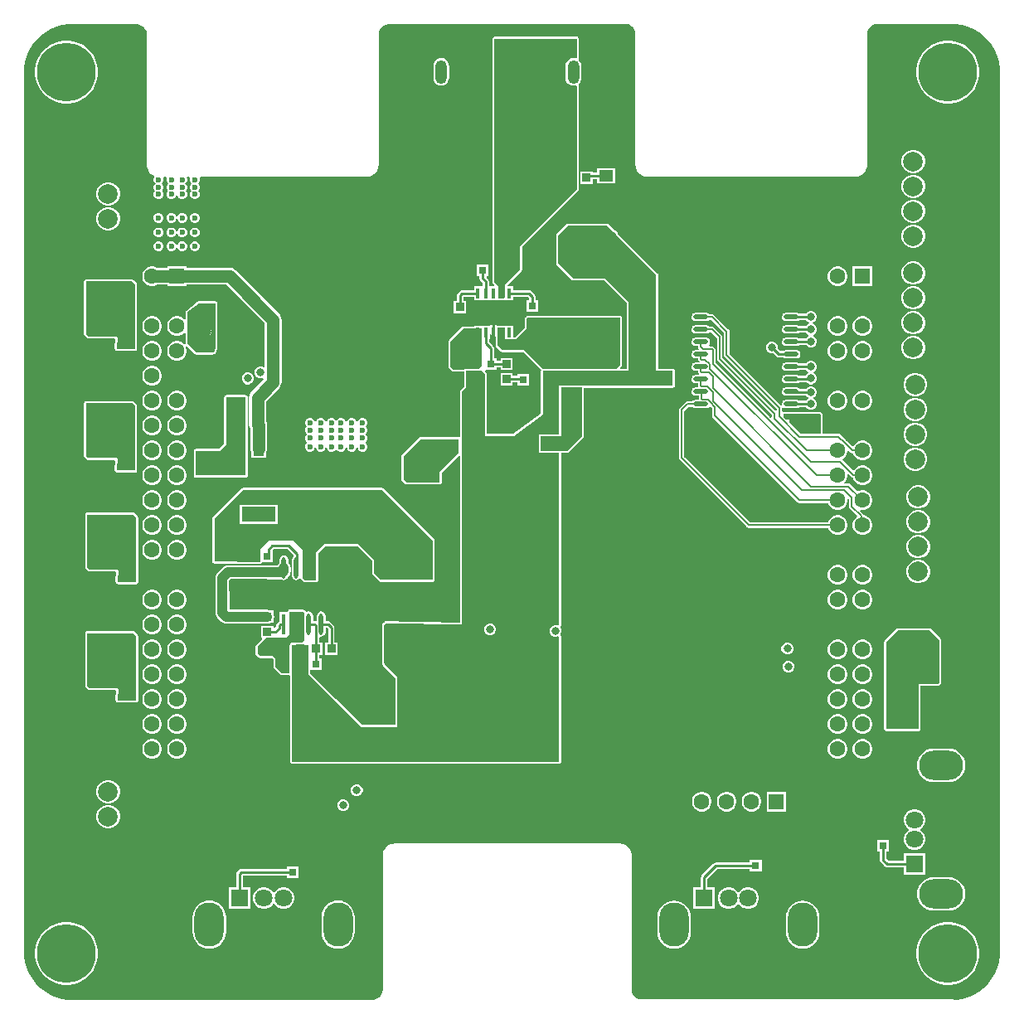
<source format=gtl>
G04*
G04 #@! TF.GenerationSoftware,Altium Limited,Altium Designer,22.5.1 (42)*
G04*
G04 Layer_Physical_Order=1*
G04 Layer_Color=255*
%FSLAX44Y44*%
%MOMM*%
G71*
G04*
G04 #@! TF.SameCoordinates,7C753EF8-EF55-4721-AF4D-FDC1614254BA*
G04*
G04*
G04 #@! TF.FilePolarity,Positive*
G04*
G01*
G75*
%ADD13C,0.2540*%
%ADD14C,0.1500*%
%ADD18R,1.0000X1.6000*%
G04:AMPARAMS|DCode=19|XSize=1.45mm|YSize=0.43mm|CornerRadius=0.1075mm|HoleSize=0mm|Usage=FLASHONLY|Rotation=0.000|XOffset=0mm|YOffset=0mm|HoleType=Round|Shape=RoundedRectangle|*
%AMROUNDEDRECTD19*
21,1,1.4500,0.2150,0,0,0.0*
21,1,1.2350,0.4300,0,0,0.0*
1,1,0.2150,0.6175,-0.1075*
1,1,0.2150,-0.6175,-0.1075*
1,1,0.2150,-0.6175,0.1075*
1,1,0.2150,0.6175,0.1075*
%
%ADD19ROUNDEDRECTD19*%
G04:AMPARAMS|DCode=20|XSize=4.2mm|YSize=4.2mm|CornerRadius=0.21mm|HoleSize=0mm|Usage=FLASHONLY|Rotation=90.000|XOffset=0mm|YOffset=0mm|HoleType=Round|Shape=RoundedRectangle|*
%AMROUNDEDRECTD20*
21,1,4.2000,3.7800,0,0,90.0*
21,1,3.7800,4.2000,0,0,90.0*
1,1,0.4200,1.8900,1.8900*
1,1,0.4200,1.8900,-1.8900*
1,1,0.4200,-1.8900,-1.8900*
1,1,0.4200,-1.8900,1.8900*
%
%ADD20ROUNDEDRECTD20*%
%ADD21R,1.4700X1.1600*%
%ADD22R,0.8500X0.8500*%
%ADD23R,0.8000X0.8000*%
%ADD24R,0.8500X0.8500*%
%ADD25R,0.4000X1.0000*%
%ADD26R,3.0000X2.6000*%
%ADD27R,2.0000X1.3000*%
%ADD28R,4.6000X3.2000*%
%ADD29R,0.8000X0.8000*%
%ADD30R,3.1000X2.4000*%
%ADD31O,0.4500X2.1500*%
%ADD32R,0.4500X2.1500*%
%ADD33R,1.1000X1.5500*%
%ADD34R,1.1000X1.5500*%
%ADD35R,3.4500X1.5500*%
%ADD69C,1.0000*%
%ADD70C,1.3000*%
%ADD71O,1.2000X2.4000*%
%ADD72R,3.7160X3.7160*%
%ADD73C,3.7160*%
%ADD74C,1.8000*%
%ADD75R,1.8000X1.8000*%
%ADD76O,3.0000X4.5000*%
%ADD77C,2.0000*%
%ADD78C,1.6000*%
%ADD79R,1.6000X1.6000*%
%ADD80R,2.0000X4.0000*%
%ADD81R,4.0000X2.0000*%
%ADD82R,1.8000X1.8000*%
%ADD83O,4.5000X3.0000*%
%ADD84R,1.6000X1.6000*%
%ADD85C,6.0000*%
%ADD86C,0.6000*%
%ADD87C,0.8000*%
G36*
X454110Y498796D02*
X454890Y498641D01*
X458033D01*
X464267Y497820D01*
X470340Y496193D01*
X476148Y493787D01*
X481593Y490644D01*
X486581Y486816D01*
X491026Y482371D01*
X494854Y477383D01*
X497997Y471938D01*
X500403Y466130D01*
X502030Y460057D01*
X502851Y453824D01*
Y450680D01*
Y-449320D01*
Y-452463D01*
X502030Y-458697D01*
X500403Y-464770D01*
X497997Y-470578D01*
X494854Y-476023D01*
X491026Y-481011D01*
X486581Y-485456D01*
X481593Y-489284D01*
X476148Y-492427D01*
X470340Y-494833D01*
X464267Y-496460D01*
X458033Y-497281D01*
X455917D01*
X455670Y-497116D01*
X454890Y-496961D01*
X136650D01*
X134590Y-496551D01*
X132650Y-495748D01*
X130904Y-494581D01*
X129419Y-493096D01*
X128252Y-491350D01*
X127449Y-489410D01*
X127039Y-487350D01*
Y-486300D01*
Y-350000D01*
X127029Y-349950D01*
X127037Y-349900D01*
X126988Y-348920D01*
X126952Y-348773D01*
Y-348622D01*
X126569Y-346699D01*
X126492Y-346514D01*
X126453Y-346317D01*
X125703Y-344506D01*
X125591Y-344339D01*
X125515Y-344153D01*
X124425Y-342523D01*
X124284Y-342381D01*
X124172Y-342214D01*
X122786Y-340828D01*
X122619Y-340717D01*
X122477Y-340574D01*
X120847Y-339485D01*
X120661Y-339408D01*
X120494Y-339297D01*
X118683Y-338547D01*
X118486Y-338508D01*
X118301Y-338431D01*
X116378Y-338048D01*
X116227D01*
X116080Y-338012D01*
X115100Y-337963D01*
X115050Y-337971D01*
X115000Y-337961D01*
X114680Y-337961D01*
X38890D01*
X-115110Y-337961D01*
X-115160Y-337971D01*
X-115210Y-337963D01*
X-116190Y-338012D01*
X-116337Y-338048D01*
X-116488D01*
X-118411Y-338431D01*
X-118596Y-338508D01*
X-118793Y-338547D01*
X-120604Y-339297D01*
X-120771Y-339408D01*
X-120957Y-339485D01*
X-122587Y-340574D01*
X-122729Y-340717D01*
X-122896Y-340828D01*
X-124282Y-342214D01*
X-124394Y-342381D01*
X-124536Y-342523D01*
X-125625Y-344153D01*
X-125702Y-344339D01*
X-125813Y-344506D01*
X-126563Y-346317D01*
X-126602Y-346514D01*
X-126679Y-346699D01*
X-127062Y-348622D01*
Y-348773D01*
X-127099Y-348920D01*
X-127147Y-349900D01*
X-127139Y-349950D01*
X-127149Y-350000D01*
Y-486620D01*
Y-487670D01*
X-127559Y-489730D01*
X-128362Y-491670D01*
X-129529Y-493416D01*
X-131014Y-494901D01*
X-132760Y-496068D01*
X-134700Y-496871D01*
X-136760Y-497281D01*
X-137810D01*
X-445820Y-497281D01*
X-445821Y-497281D01*
X-448254Y-497281D01*
X-454487Y-496460D01*
X-460560Y-494833D01*
X-466368Y-492427D01*
X-471813Y-489284D01*
X-476801Y-485456D01*
X-481246Y-481011D01*
X-485074Y-476023D01*
X-488217Y-470578D01*
X-490623Y-464770D01*
X-492250Y-458697D01*
X-493071Y-452463D01*
Y-449320D01*
Y450680D01*
Y453824D01*
X-492250Y460057D01*
X-490623Y466129D01*
X-488217Y471938D01*
X-485074Y477383D01*
X-481246Y482371D01*
X-476801Y486816D01*
X-471813Y490644D01*
X-466368Y493787D01*
X-460560Y496193D01*
X-454487Y497820D01*
X-448254Y498641D01*
X-377650D01*
X-375590Y498231D01*
X-373650Y497428D01*
X-371904Y496261D01*
X-370419Y494776D01*
X-369252Y493030D01*
X-368449Y491090D01*
X-368039Y489030D01*
Y487980D01*
Y355000D01*
X-368029Y354950D01*
X-368037Y354900D01*
X-367988Y353920D01*
X-367952Y353773D01*
Y353622D01*
X-367569Y351699D01*
X-367492Y351514D01*
X-367453Y351317D01*
X-366703Y349506D01*
X-366591Y349339D01*
X-366515Y349153D01*
X-365425Y347523D01*
X-365283Y347381D01*
X-365172Y347214D01*
X-363786Y345828D01*
X-363619Y345717D01*
X-363477Y345574D01*
X-361847Y344485D01*
X-361661Y344408D01*
X-361494Y344297D01*
X-360841Y344026D01*
X-360679Y343705D01*
X-360391Y342465D01*
X-361000Y340995D01*
Y339005D01*
X-360239Y337168D01*
X-359071Y336000D01*
X-360239Y334832D01*
X-361000Y332995D01*
Y331005D01*
X-360239Y329168D01*
X-359571Y328500D01*
X-360239Y327832D01*
X-361000Y325995D01*
Y324005D01*
X-360239Y322168D01*
X-358832Y320761D01*
X-356995Y320000D01*
X-355005D01*
X-353168Y320761D01*
X-351761Y322168D01*
X-351000Y324005D01*
Y325995D01*
X-351761Y327832D01*
X-352429Y328500D01*
X-351761Y329168D01*
X-351000Y331005D01*
Y332995D01*
X-351761Y334832D01*
X-352929Y336000D01*
X-351761Y337168D01*
X-351000Y339005D01*
Y340995D01*
X-351288Y341691D01*
X-350440Y342961D01*
X-348560D01*
X-347711Y341691D01*
X-348000Y340995D01*
Y339005D01*
X-347239Y337168D01*
X-346071Y336000D01*
X-347239Y334832D01*
X-348000Y332995D01*
Y331005D01*
X-347239Y329168D01*
X-346571Y328500D01*
X-347239Y327832D01*
X-348000Y325995D01*
Y324005D01*
X-347239Y322168D01*
X-345832Y320761D01*
X-343995Y320000D01*
X-342005D01*
X-340168Y320761D01*
X-338761Y322168D01*
X-338173Y323587D01*
X-336827D01*
X-336239Y322168D01*
X-334832Y320761D01*
X-332995Y320000D01*
X-331005D01*
X-329168Y320761D01*
X-327761Y322168D01*
X-327000Y324005D01*
Y325995D01*
X-327761Y327832D01*
X-328429Y328500D01*
X-327761Y329168D01*
X-327000Y331005D01*
Y332995D01*
X-327761Y334832D01*
X-328929Y336000D01*
X-327761Y337168D01*
X-327000Y339005D01*
Y340995D01*
X-327288Y341691D01*
X-326440Y342961D01*
X-324560D01*
X-323712Y341691D01*
X-324000Y340995D01*
Y339005D01*
X-323239Y337168D01*
X-322071Y336000D01*
X-323239Y334832D01*
X-324000Y332995D01*
Y331005D01*
X-323239Y329168D01*
X-322571Y328500D01*
X-323239Y327832D01*
X-324000Y325995D01*
Y324005D01*
X-323239Y322168D01*
X-321832Y320761D01*
X-319995Y320000D01*
X-318005D01*
X-316168Y320761D01*
X-314761Y322168D01*
X-314000Y324005D01*
Y325995D01*
X-314761Y327832D01*
X-315429Y328500D01*
X-314761Y329168D01*
X-314000Y331005D01*
Y332995D01*
X-314761Y334832D01*
X-315929Y336000D01*
X-314761Y337168D01*
X-314000Y339005D01*
Y340995D01*
X-314288Y341691D01*
X-313440Y342961D01*
X-143500D01*
X-143450Y342971D01*
X-143400Y342963D01*
X-142420Y343012D01*
X-142273Y343048D01*
X-142122D01*
X-140199Y343431D01*
X-140014Y343508D01*
X-139817Y343547D01*
X-138006Y344297D01*
X-137839Y344408D01*
X-137653Y344485D01*
X-136023Y345574D01*
X-135881Y345717D01*
X-135714Y345828D01*
X-134328Y347214D01*
X-134216Y347381D01*
X-134074Y347523D01*
X-132985Y349153D01*
X-132908Y349339D01*
X-132797Y349506D01*
X-132047Y351317D01*
X-132008Y351514D01*
X-131931Y351699D01*
X-131548Y353622D01*
Y353773D01*
X-131511Y353920D01*
X-131463Y354900D01*
X-131471Y354950D01*
X-131461Y355000D01*
Y487980D01*
Y489030D01*
X-131051Y491090D01*
X-130248Y493030D01*
X-129081Y494776D01*
X-127596Y496261D01*
X-125850Y497428D01*
X-123910Y498231D01*
X-121850Y498641D01*
X119980D01*
X120760Y498796D01*
X121007Y498961D01*
X121350D01*
X123410Y498551D01*
X125350Y497748D01*
X127096Y496581D01*
X128581Y495096D01*
X129747Y493350D01*
X130551Y491410D01*
X130961Y489350D01*
Y488300D01*
Y355000D01*
X130971Y354950D01*
X130963Y354900D01*
X131011Y353920D01*
X131048Y353773D01*
Y353622D01*
X131431Y351699D01*
X131508Y351514D01*
X131547Y351317D01*
X132297Y349506D01*
X132408Y349339D01*
X132485Y349153D01*
X133574Y347523D01*
X133716Y347381D01*
X133828Y347214D01*
X135214Y345828D01*
X135381Y345717D01*
X135523Y345574D01*
X137153Y344485D01*
X137339Y344408D01*
X137506Y344297D01*
X139317Y343547D01*
X139514Y343508D01*
X139699Y343431D01*
X141622Y343048D01*
X141773D01*
X141920Y343012D01*
X142900Y342963D01*
X142950Y342971D01*
X143000Y342961D01*
X355500D01*
X355550Y342971D01*
X355600Y342963D01*
X356580Y343012D01*
X356727Y343048D01*
X356878D01*
X358801Y343431D01*
X358986Y343508D01*
X359183Y343547D01*
X360994Y344297D01*
X361161Y344408D01*
X361347Y344485D01*
X362977Y345574D01*
X363119Y345717D01*
X363286Y345828D01*
X364672Y347214D01*
X364784Y347381D01*
X364925Y347523D01*
X366015Y349153D01*
X366091Y349339D01*
X366203Y349506D01*
X366953Y351317D01*
X366992Y351514D01*
X367069Y351699D01*
X367452Y353622D01*
Y353773D01*
X367488Y353920D01*
X367537Y354900D01*
X367529Y354950D01*
X367539Y355000D01*
Y488300D01*
Y489350D01*
X367949Y491410D01*
X368752Y493350D01*
X369919Y495096D01*
X371404Y496581D01*
X373150Y497747D01*
X375090Y498551D01*
X377150Y498961D01*
X453863D01*
X454110Y498796D01*
D02*
G37*
%LPC*%
G36*
X-67500Y464069D02*
X-69588Y463794D01*
X-71535Y462988D01*
X-73206Y461706D01*
X-74488Y460034D01*
X-75294Y458088D01*
X-75569Y456000D01*
Y444000D01*
X-75294Y441912D01*
X-74488Y439966D01*
X-73206Y438294D01*
X-71535Y437012D01*
X-69588Y436206D01*
X-67500Y435931D01*
X-65412Y436206D01*
X-63465Y437012D01*
X-61794Y438294D01*
X-60512Y439966D01*
X-59706Y441912D01*
X-59431Y444000D01*
Y456000D01*
X-59706Y458088D01*
X-60512Y460034D01*
X-61794Y461706D01*
X-63465Y462988D01*
X-65412Y463794D01*
X-67500Y464069D01*
D02*
G37*
G36*
X452518Y482000D02*
X447481D01*
X442507Y481212D01*
X437716Y479656D01*
X433228Y477369D01*
X429153Y474408D01*
X425592Y470847D01*
X422631Y466772D01*
X420344Y462284D01*
X418788Y457493D01*
X418000Y452518D01*
Y447481D01*
X418788Y442507D01*
X420344Y437716D01*
X422631Y433228D01*
X425592Y429153D01*
X429153Y425592D01*
X433228Y422631D01*
X437716Y420344D01*
X442507Y418788D01*
X447481Y418000D01*
X452518D01*
X457493Y418788D01*
X462284Y420344D01*
X466772Y422631D01*
X470847Y425592D01*
X474408Y429153D01*
X477369Y433228D01*
X479656Y437716D01*
X481212Y442507D01*
X482000Y447481D01*
Y452518D01*
X481212Y457493D01*
X479656Y462284D01*
X477369Y466772D01*
X474408Y470847D01*
X470847Y474408D01*
X466772Y477369D01*
X462284Y479656D01*
X457493Y481212D01*
X452518Y482000D01*
D02*
G37*
G36*
X-447481D02*
X-452518D01*
X-457493Y481212D01*
X-462284Y479656D01*
X-466772Y477369D01*
X-470847Y474408D01*
X-474408Y470847D01*
X-477369Y466772D01*
X-479656Y462284D01*
X-481212Y457493D01*
X-482000Y452518D01*
Y447481D01*
X-481212Y442507D01*
X-479656Y437716D01*
X-477369Y433228D01*
X-474408Y429153D01*
X-470847Y425592D01*
X-466772Y422631D01*
X-462284Y420344D01*
X-457493Y418788D01*
X-452518Y418000D01*
X-447481D01*
X-442507Y418788D01*
X-437716Y420344D01*
X-433228Y422631D01*
X-429153Y425592D01*
X-425592Y429153D01*
X-422631Y433228D01*
X-420344Y437716D01*
X-418788Y442507D01*
X-418000Y447481D01*
Y452518D01*
X-418788Y457493D01*
X-420344Y462284D01*
X-422631Y466772D01*
X-425592Y470847D01*
X-429153Y474408D01*
X-433228Y477369D01*
X-437716Y479656D01*
X-442507Y481212D01*
X-447481Y482000D01*
D02*
G37*
G36*
X109993Y351700D02*
X91293D01*
Y347234D01*
X87000D01*
Y348293D01*
X74500D01*
Y335793D01*
X87000D01*
Y340566D01*
X91293D01*
Y336100D01*
X109993D01*
Y351700D01*
D02*
G37*
G36*
X416167Y370563D02*
X413008D01*
X409956Y369745D01*
X407219Y368165D01*
X404985Y365931D01*
X403405Y363194D01*
X402588Y360142D01*
Y356983D01*
X403405Y353931D01*
X404985Y351194D01*
X407219Y348960D01*
X409956Y347380D01*
X413008Y346563D01*
X416167D01*
X419219Y347380D01*
X421956Y348960D01*
X424190Y351194D01*
X425770Y353931D01*
X426587Y356983D01*
Y360142D01*
X425770Y363194D01*
X424190Y365931D01*
X421956Y368165D01*
X419219Y369745D01*
X416167Y370563D01*
D02*
G37*
G36*
Y345163D02*
X413008D01*
X409956Y344345D01*
X407219Y342765D01*
X404985Y340531D01*
X403405Y337794D01*
X402588Y334742D01*
Y331583D01*
X403405Y328531D01*
X404985Y325794D01*
X407219Y323560D01*
X409956Y321980D01*
X413008Y321163D01*
X416167D01*
X419219Y321980D01*
X421956Y323560D01*
X424190Y325794D01*
X425770Y328531D01*
X426587Y331583D01*
Y334742D01*
X425770Y337794D01*
X424190Y340531D01*
X421956Y342765D01*
X419219Y344345D01*
X416167Y345163D01*
D02*
G37*
G36*
X-405920Y337400D02*
X-409080D01*
X-412132Y336582D01*
X-414868Y335002D01*
X-417102Y332768D01*
X-418682Y330032D01*
X-419500Y326980D01*
Y323820D01*
X-418682Y320768D01*
X-417102Y318032D01*
X-414868Y315798D01*
X-412132Y314218D01*
X-409080Y313400D01*
X-405920D01*
X-402868Y314218D01*
X-400132Y315798D01*
X-397898Y318032D01*
X-396318Y320768D01*
X-395500Y323820D01*
Y326980D01*
X-396318Y330032D01*
X-397898Y332768D01*
X-400132Y335002D01*
X-402868Y336582D01*
X-405920Y337400D01*
D02*
G37*
G36*
X-331005Y306000D02*
X-332995D01*
X-334832Y305239D01*
X-336239Y303832D01*
X-336827Y302413D01*
X-338173D01*
X-338761Y303832D01*
X-340168Y305239D01*
X-342005Y306000D01*
X-343995D01*
X-345832Y305239D01*
X-347239Y303832D01*
X-348000Y301995D01*
Y300005D01*
X-347239Y298168D01*
X-345832Y296761D01*
X-343995Y296000D01*
X-342005D01*
X-340168Y296761D01*
X-338761Y298168D01*
X-338173Y299587D01*
X-336827D01*
X-336239Y298168D01*
X-334832Y296761D01*
X-332995Y296000D01*
X-331005D01*
X-329168Y296761D01*
X-327761Y298168D01*
X-327000Y300005D01*
Y301995D01*
X-327761Y303832D01*
X-329168Y305239D01*
X-331005Y306000D01*
D02*
G37*
G36*
X-318005D02*
X-319995D01*
X-321832Y305239D01*
X-323239Y303832D01*
X-324000Y301995D01*
Y300005D01*
X-323239Y298168D01*
X-321832Y296761D01*
X-319995Y296000D01*
X-318005D01*
X-316168Y296761D01*
X-314761Y298168D01*
X-314000Y300005D01*
Y301995D01*
X-314761Y303832D01*
X-316168Y305239D01*
X-318005Y306000D01*
D02*
G37*
G36*
X-355005D02*
X-356995D01*
X-358832Y305239D01*
X-360239Y303832D01*
X-361000Y301995D01*
Y300005D01*
X-360239Y298168D01*
X-358832Y296761D01*
X-356995Y296000D01*
X-355005D01*
X-353168Y296761D01*
X-351761Y298168D01*
X-351000Y300005D01*
Y301995D01*
X-351761Y303832D01*
X-353168Y305239D01*
X-355005Y306000D01*
D02*
G37*
G36*
X416167Y319763D02*
X413008D01*
X409956Y318945D01*
X407219Y317365D01*
X404985Y315131D01*
X403405Y312394D01*
X402588Y309342D01*
Y306183D01*
X403405Y303131D01*
X404985Y300394D01*
X407219Y298160D01*
X409956Y296580D01*
X413008Y295763D01*
X416167D01*
X419219Y296580D01*
X421956Y298160D01*
X424190Y300394D01*
X425770Y303131D01*
X426587Y306183D01*
Y309342D01*
X425770Y312394D01*
X424190Y315131D01*
X421956Y317365D01*
X419219Y318945D01*
X416167Y319763D01*
D02*
G37*
G36*
X-405920Y312000D02*
X-409080D01*
X-412132Y311182D01*
X-414868Y309602D01*
X-417102Y307368D01*
X-418682Y304632D01*
X-419500Y301580D01*
Y298420D01*
X-418682Y295368D01*
X-417102Y292632D01*
X-414868Y290398D01*
X-412132Y288818D01*
X-409080Y288000D01*
X-405920D01*
X-402868Y288818D01*
X-400132Y290398D01*
X-397898Y292632D01*
X-396318Y295368D01*
X-395500Y298420D01*
Y301580D01*
X-396318Y304632D01*
X-397898Y307368D01*
X-400132Y309602D01*
X-402868Y311182D01*
X-405920Y312000D01*
D02*
G37*
G36*
X-331005Y291000D02*
X-332995D01*
X-334832Y290239D01*
X-336239Y288832D01*
X-336827Y287413D01*
X-338173D01*
X-338761Y288832D01*
X-340168Y290239D01*
X-342005Y291000D01*
X-343995D01*
X-345832Y290239D01*
X-347239Y288832D01*
X-348000Y286995D01*
Y285005D01*
X-347239Y283168D01*
X-345832Y281761D01*
X-343995Y281000D01*
X-342005D01*
X-340168Y281761D01*
X-338761Y283168D01*
X-338173Y284587D01*
X-336827D01*
X-336239Y283168D01*
X-334832Y281761D01*
X-332995Y281000D01*
X-331005D01*
X-329168Y281761D01*
X-327761Y283168D01*
X-327000Y285005D01*
Y286995D01*
X-327761Y288832D01*
X-329168Y290239D01*
X-331005Y291000D01*
D02*
G37*
G36*
X-318005D02*
X-319995D01*
X-321832Y290239D01*
X-323239Y288832D01*
X-324000Y286995D01*
Y285005D01*
X-323239Y283168D01*
X-321832Y281761D01*
X-319995Y281000D01*
X-318005D01*
X-316168Y281761D01*
X-314761Y283168D01*
X-314000Y285005D01*
Y286995D01*
X-314761Y288832D01*
X-316168Y290239D01*
X-318005Y291000D01*
D02*
G37*
G36*
X-355005D02*
X-356995D01*
X-358832Y290239D01*
X-360239Y288832D01*
X-361000Y286995D01*
Y285005D01*
X-360239Y283168D01*
X-358832Y281761D01*
X-356995Y281000D01*
X-355005D01*
X-353168Y281761D01*
X-351761Y283168D01*
X-351000Y285005D01*
Y286995D01*
X-351761Y288832D01*
X-353168Y290239D01*
X-355005Y291000D01*
D02*
G37*
G36*
X-331005Y277000D02*
X-332995D01*
X-334832Y276239D01*
X-336239Y274832D01*
X-336827Y273413D01*
X-338173D01*
X-338761Y274832D01*
X-340168Y276239D01*
X-342005Y277000D01*
X-343995D01*
X-345832Y276239D01*
X-347239Y274832D01*
X-348000Y272995D01*
Y271005D01*
X-347239Y269168D01*
X-345832Y267761D01*
X-343995Y267000D01*
X-342005D01*
X-340168Y267761D01*
X-338761Y269168D01*
X-338173Y270587D01*
X-336827D01*
X-336239Y269168D01*
X-334832Y267761D01*
X-332995Y267000D01*
X-331005D01*
X-329168Y267761D01*
X-327761Y269168D01*
X-327000Y271005D01*
Y272995D01*
X-327761Y274832D01*
X-329168Y276239D01*
X-331005Y277000D01*
D02*
G37*
G36*
X416167Y294363D02*
X413008D01*
X409956Y293545D01*
X407219Y291965D01*
X404985Y289731D01*
X403405Y286994D01*
X402588Y283942D01*
Y280783D01*
X403405Y277731D01*
X404985Y274994D01*
X407219Y272760D01*
X409956Y271180D01*
X413008Y270363D01*
X416167D01*
X419219Y271180D01*
X421956Y272760D01*
X424190Y274994D01*
X425770Y277731D01*
X426587Y280783D01*
Y283942D01*
X425770Y286994D01*
X424190Y289731D01*
X421956Y291965D01*
X419219Y293545D01*
X416167Y294363D01*
D02*
G37*
G36*
X-318005Y277000D02*
X-319995D01*
X-321832Y276239D01*
X-323239Y274832D01*
X-324000Y272995D01*
Y271005D01*
X-323239Y269168D01*
X-321832Y267761D01*
X-319995Y267000D01*
X-318005D01*
X-316168Y267761D01*
X-314761Y269168D01*
X-314000Y271005D01*
Y272995D01*
X-314761Y274832D01*
X-316168Y276239D01*
X-318005Y277000D01*
D02*
G37*
G36*
X-355005D02*
X-356995D01*
X-358832Y276239D01*
X-360239Y274832D01*
X-361000Y272995D01*
Y271005D01*
X-360239Y269168D01*
X-358832Y267761D01*
X-356995Y267000D01*
X-355005D01*
X-353168Y267761D01*
X-351761Y269168D01*
X-351000Y271005D01*
Y272995D01*
X-351761Y274832D01*
X-353168Y276239D01*
X-355005Y277000D01*
D02*
G37*
G36*
X-327300Y251300D02*
X-347300D01*
Y249873D01*
X-357550D01*
X-358840Y250618D01*
X-361384Y251300D01*
X-364016D01*
X-366560Y250618D01*
X-368840Y249302D01*
X-370702Y247440D01*
X-372019Y245160D01*
X-372700Y242617D01*
Y239984D01*
X-372019Y237440D01*
X-370702Y235160D01*
X-368840Y233298D01*
X-366560Y231982D01*
X-364016Y231300D01*
X-361384D01*
X-358840Y231982D01*
X-357550Y232727D01*
X-347300D01*
Y231300D01*
X-327300D01*
Y232727D01*
X-286851D01*
X-247573Y193449D01*
Y148718D01*
X-248843Y148187D01*
X-250807Y149000D01*
X-253193D01*
X-255399Y148087D01*
X-257087Y146399D01*
X-258000Y144193D01*
Y141806D01*
X-257087Y139601D01*
X-255399Y137913D01*
X-253193Y137000D01*
X-250807D01*
X-249865Y137390D01*
X-248418Y136615D01*
X-248342Y136227D01*
X-261062Y123506D01*
X-262425Y121730D01*
X-263281Y119663D01*
X-263573Y117444D01*
Y90000D01*
X-263281Y87781D01*
X-262573Y86072D01*
Y65750D01*
X-262281Y63531D01*
X-261500Y61645D01*
Y56000D01*
X-246500D01*
Y61645D01*
X-245719Y63531D01*
X-245427Y65750D01*
Y89000D01*
X-245719Y91219D01*
X-246427Y92928D01*
Y113892D01*
X-232938Y127381D01*
X-231575Y129157D01*
X-230719Y131225D01*
X-230427Y133444D01*
Y197000D01*
X-230719Y199219D01*
X-231575Y201287D01*
X-232938Y203062D01*
X-277238Y247362D01*
X-279013Y248725D01*
X-281081Y249581D01*
X-283300Y249873D01*
X-327300D01*
Y251300D01*
D02*
G37*
G36*
X416167Y256643D02*
X413008D01*
X409956Y255825D01*
X407219Y254245D01*
X404985Y252011D01*
X403405Y249274D01*
X402588Y246222D01*
Y243063D01*
X403405Y240011D01*
X404985Y237274D01*
X407219Y235040D01*
X409956Y233460D01*
X413008Y232643D01*
X416167D01*
X419219Y233460D01*
X421956Y235040D01*
X424190Y237274D01*
X425770Y240011D01*
X426587Y243063D01*
Y246222D01*
X425770Y249274D01*
X424190Y252011D01*
X421956Y254245D01*
X419219Y255825D01*
X416167Y256643D01*
D02*
G37*
G36*
X372700Y251300D02*
X352700D01*
Y231300D01*
X372700D01*
Y251300D01*
D02*
G37*
G36*
X338616D02*
X335984D01*
X333440Y250618D01*
X331160Y249302D01*
X329298Y247440D01*
X327981Y245160D01*
X327300Y242617D01*
Y239984D01*
X327981Y237440D01*
X329298Y235160D01*
X331160Y233298D01*
X333440Y231982D01*
X335984Y231300D01*
X338616D01*
X341160Y231982D01*
X343440Y233298D01*
X345302Y235160D01*
X346618Y237440D01*
X347300Y239984D01*
Y242617D01*
X346618Y245160D01*
X345302Y247440D01*
X343440Y249302D01*
X341160Y250618D01*
X338616Y251300D01*
D02*
G37*
G36*
X71000Y486039D02*
X-13000D01*
X-13780Y485884D01*
X-14442Y485442D01*
X-14884Y484780D01*
X-15039Y484000D01*
Y235000D01*
X-14884Y234220D01*
X-14442Y233558D01*
X-14442Y233558D01*
X-13057Y232173D01*
X-13543Y231000D01*
X-18000Y231000D01*
X-18666Y231994D01*
Y236000D01*
X-18920Y237276D01*
X-19642Y238358D01*
X-21168Y239883D01*
X-20642Y241153D01*
X-19000D01*
Y253153D01*
X-31000D01*
Y241153D01*
X-28334D01*
Y239000D01*
X-28080Y237724D01*
X-27357Y236642D01*
X-25334Y234619D01*
Y231994D01*
X-26000Y231000D01*
X-27270Y231000D01*
X-34000D01*
Y227334D01*
X-46000D01*
X-47276Y227080D01*
X-48358Y226358D01*
X-50650Y224065D01*
X-51373Y222983D01*
X-51627Y221707D01*
Y216000D01*
X-54542D01*
Y203500D01*
X-42042D01*
Y216000D01*
X-44959D01*
Y220326D01*
X-44619Y220666D01*
X-34000D01*
Y217000D01*
X-27270D01*
X-26000Y217000D01*
X-24730Y217000D01*
X-18000Y217000D01*
X-16730Y217000D01*
X-9197D01*
X-9000Y216961D01*
X-3254D01*
X-3000Y216961D01*
X-2000Y217000D01*
X-2000Y217000D01*
X6000D01*
Y220666D01*
X20619D01*
X22069Y219216D01*
Y217000D01*
X19403D01*
Y205000D01*
X31402D01*
Y217000D01*
X28737D01*
Y220597D01*
X28483Y221873D01*
X27760Y222955D01*
X24358Y226358D01*
X23276Y227080D01*
X22000Y227334D01*
X6000D01*
Y231000D01*
X316D01*
X154Y232270D01*
X14442Y246558D01*
X14884Y247220D01*
X15039Y248000D01*
X15039Y271155D01*
X72442Y328558D01*
X72884Y329220D01*
X73039Y330000D01*
Y435648D01*
X73000Y435844D01*
Y436045D01*
X72923Y436231D01*
X72884Y436428D01*
X72772Y436595D01*
X72695Y436781D01*
X72853Y437807D01*
X73073Y438191D01*
X73077Y438195D01*
X73206Y438294D01*
X74488Y439966D01*
X75294Y441912D01*
X75569Y444000D01*
Y456000D01*
X75294Y458088D01*
X74488Y460034D01*
X73206Y461706D01*
X73077Y461805D01*
X73073Y461809D01*
X72853Y462193D01*
X72695Y463219D01*
X72772Y463405D01*
X72884Y463572D01*
X72923Y463769D01*
X73000Y463955D01*
Y464156D01*
X73039Y464352D01*
Y484000D01*
X72884Y484780D01*
X72442Y485442D01*
X71780Y485884D01*
X71000Y486039D01*
D02*
G37*
G36*
X416167Y231243D02*
X413008D01*
X409956Y230425D01*
X407219Y228845D01*
X404985Y226611D01*
X403405Y223874D01*
X402588Y220822D01*
Y217663D01*
X403405Y214611D01*
X404985Y211874D01*
X407219Y209640D01*
X409956Y208060D01*
X413008Y207243D01*
X416167D01*
X419219Y208060D01*
X421956Y209640D01*
X424190Y211874D01*
X425770Y214611D01*
X426587Y217663D01*
Y220822D01*
X425770Y223874D01*
X424190Y226611D01*
X421956Y228845D01*
X419219Y230425D01*
X416167Y231243D01*
D02*
G37*
G36*
X311194Y206000D02*
X308806D01*
X306601Y205087D01*
X304913Y203399D01*
X304804Y203134D01*
X298329D01*
X297375Y203772D01*
X296175Y204010D01*
X283825D01*
X282625Y203772D01*
X281608Y203092D01*
X280928Y202075D01*
X280690Y200875D01*
Y198725D01*
X280928Y197525D01*
X281608Y196508D01*
X282625Y195828D01*
X283825Y195590D01*
X296175D01*
X297375Y195828D01*
X298329Y196466D01*
X305049D01*
X306601Y194914D01*
X308388Y194173D01*
Y192827D01*
X306601Y192087D01*
X304949Y190434D01*
X298329D01*
X297375Y191072D01*
X296175Y191310D01*
X283825D01*
X282625Y191072D01*
X281608Y190392D01*
X280928Y189375D01*
X280690Y188175D01*
Y186025D01*
X280928Y184825D01*
X281608Y183808D01*
X282625Y183128D01*
X283825Y182890D01*
X296175D01*
X297375Y183128D01*
X298329Y183766D01*
X304845D01*
X304913Y183601D01*
X306601Y181914D01*
X307147Y181687D01*
Y180313D01*
X306601Y180087D01*
X304913Y178399D01*
X304638Y177734D01*
X298329D01*
X297375Y178372D01*
X296175Y178610D01*
X283825D01*
X282625Y178372D01*
X281608Y177692D01*
X280928Y176675D01*
X280690Y175475D01*
Y173325D01*
X280928Y172125D01*
X281608Y171108D01*
X282625Y170428D01*
X283825Y170190D01*
X296175D01*
X297375Y170428D01*
X298329Y171066D01*
X305449D01*
X306601Y169914D01*
X308806Y169000D01*
X311194D01*
X313399Y169914D01*
X315086Y171601D01*
X316000Y173806D01*
Y176194D01*
X315086Y178399D01*
X313399Y180087D01*
X312853Y180313D01*
Y181687D01*
X313399Y181914D01*
X315086Y183601D01*
X316000Y185807D01*
Y188193D01*
X315086Y190399D01*
X313399Y192087D01*
X311612Y192827D01*
Y194173D01*
X313399Y194914D01*
X315086Y196601D01*
X316000Y198806D01*
Y201194D01*
X315086Y203399D01*
X313399Y205087D01*
X311194Y206000D01*
D02*
G37*
G36*
X-298000Y215789D02*
X-314929D01*
X-315197Y215736D01*
X-315469Y215716D01*
X-315583Y215659D01*
X-315709Y215634D01*
X-315936Y215482D01*
X-316180Y215360D01*
X-327752Y206360D01*
X-327836Y206263D01*
X-327942Y206192D01*
X-328094Y205965D01*
X-328273Y205758D01*
X-328313Y205637D01*
X-328384Y205530D01*
X-328437Y205262D01*
X-328523Y205003D01*
X-328514Y204875D01*
X-328539Y204750D01*
Y197677D01*
X-329809Y197151D01*
X-331160Y198502D01*
X-333440Y199818D01*
X-335984Y200500D01*
X-338616D01*
X-341160Y199818D01*
X-343440Y198502D01*
X-345302Y196640D01*
X-346618Y194360D01*
X-347300Y191817D01*
Y189184D01*
X-346618Y186640D01*
X-345302Y184360D01*
X-343440Y182498D01*
X-341160Y181182D01*
X-338616Y180500D01*
X-335984D01*
X-333440Y181182D01*
X-331160Y182498D01*
X-329809Y183849D01*
X-328539Y183323D01*
Y172500D01*
X-328539Y172500D01*
X-328484Y172222D01*
X-329654Y171596D01*
X-331160Y173102D01*
X-333440Y174419D01*
X-335984Y175100D01*
X-338616D01*
X-341160Y174419D01*
X-343440Y173102D01*
X-345302Y171240D01*
X-346618Y168960D01*
X-347300Y166416D01*
Y163783D01*
X-346618Y161240D01*
X-345302Y158960D01*
X-343440Y157098D01*
X-341160Y155781D01*
X-338616Y155100D01*
X-335984D01*
X-333440Y155781D01*
X-331160Y157098D01*
X-329298Y158960D01*
X-327981Y161240D01*
X-327300Y163783D01*
Y166416D01*
X-327981Y168960D01*
X-328448Y169769D01*
X-327432Y170548D01*
X-318942Y162058D01*
X-318280Y161616D01*
X-317500Y161461D01*
X-300250D01*
X-300052Y161500D01*
X-299850Y161500D01*
X-299465Y161577D01*
X-299279Y161655D01*
X-299081Y161695D01*
X-298915Y161806D01*
X-298731Y161883D01*
X-298588Y162026D01*
X-298421Y162138D01*
X-298310Y162304D01*
X-298169Y162446D01*
X-298092Y162632D01*
X-297980Y162801D01*
X-296114Y167331D01*
X-296038Y167720D01*
X-295961Y168107D01*
Y209806D01*
Y213750D01*
X-296116Y214530D01*
X-296558Y215192D01*
X-297220Y215634D01*
X-298000Y215789D01*
D02*
G37*
G36*
X416167Y205843D02*
X413008D01*
X409956Y205025D01*
X407219Y203445D01*
X404985Y201211D01*
X403405Y198474D01*
X402588Y195422D01*
Y192263D01*
X403405Y189211D01*
X404985Y186474D01*
X407219Y184240D01*
X409956Y182660D01*
X413008Y181843D01*
X416167D01*
X419219Y182660D01*
X421956Y184240D01*
X424190Y186474D01*
X425770Y189211D01*
X426587Y192263D01*
Y195422D01*
X425770Y198474D01*
X424190Y201211D01*
X421956Y203445D01*
X419219Y205025D01*
X416167Y205843D01*
D02*
G37*
G36*
X364016Y200500D02*
X361384D01*
X358840Y199818D01*
X356560Y198502D01*
X354698Y196640D01*
X353382Y194360D01*
X352700Y191817D01*
Y189184D01*
X353382Y186640D01*
X354698Y184360D01*
X356560Y182498D01*
X358840Y181182D01*
X361384Y180500D01*
X364016D01*
X366560Y181182D01*
X368840Y182498D01*
X370702Y184360D01*
X372019Y186640D01*
X372700Y189184D01*
Y191817D01*
X372019Y194360D01*
X370702Y196640D01*
X368840Y198502D01*
X366560Y199818D01*
X364016Y200500D01*
D02*
G37*
G36*
X338616D02*
X335984D01*
X333440Y199818D01*
X331160Y198502D01*
X329298Y196640D01*
X327981Y194360D01*
X327300Y191817D01*
Y189184D01*
X327981Y186640D01*
X329298Y184360D01*
X331160Y182498D01*
X333440Y181182D01*
X335984Y180500D01*
X338616D01*
X341160Y181182D01*
X343440Y182498D01*
X345302Y184360D01*
X346618Y186640D01*
X347300Y189184D01*
Y191817D01*
X346618Y194360D01*
X345302Y196640D01*
X343440Y198502D01*
X341160Y199818D01*
X338616Y200500D01*
D02*
G37*
G36*
X-361384D02*
X-364016D01*
X-366560Y199818D01*
X-368840Y198502D01*
X-370702Y196640D01*
X-372019Y194360D01*
X-372700Y191817D01*
Y189184D01*
X-372019Y186640D01*
X-370702Y184360D01*
X-368840Y182498D01*
X-366560Y181182D01*
X-364016Y180500D01*
X-361384D01*
X-358840Y181182D01*
X-356560Y182498D01*
X-354698Y184360D01*
X-353382Y186640D01*
X-352700Y189184D01*
Y191817D01*
X-353382Y194360D01*
X-354698Y196640D01*
X-356560Y198502D01*
X-358840Y199818D01*
X-361384Y200500D01*
D02*
G37*
G36*
X-383000Y238039D02*
X-430000D01*
X-430780Y237884D01*
X-431442Y237442D01*
X-431884Y236780D01*
X-432039Y236000D01*
Y182000D01*
X-431884Y181220D01*
X-431442Y180558D01*
X-429442Y178558D01*
X-428780Y178116D01*
X-428000Y177961D01*
X-401071D01*
X-400211Y177026D01*
X-400954Y168104D01*
X-400949Y168061D01*
X-400960Y168019D01*
X-400905Y167667D01*
X-400864Y167313D01*
X-400844Y167276D01*
X-400837Y167233D01*
X-400651Y166929D01*
X-400479Y166617D01*
X-400445Y166591D01*
X-400423Y166554D01*
X-399563Y165619D01*
X-399528Y165594D01*
X-399504Y165558D01*
X-399208Y165360D01*
X-398920Y165150D01*
X-398878Y165140D01*
X-398843Y165116D01*
X-398493Y165047D01*
X-398147Y164963D01*
X-398104Y164969D01*
X-398062Y164961D01*
X-380000D01*
X-379220Y165116D01*
X-378558Y165558D01*
X-378116Y166220D01*
X-377961Y167000D01*
Y233000D01*
X-377961Y233000D01*
X-378116Y233780D01*
X-378558Y234442D01*
X-378558Y234442D01*
X-381558Y237442D01*
X-382220Y237884D01*
X-383000Y238039D01*
D02*
G37*
G36*
X271194Y175000D02*
X268806D01*
X266601Y174086D01*
X264913Y172399D01*
X264000Y170194D01*
Y167806D01*
X264913Y165601D01*
X266601Y163913D01*
X268806Y163000D01*
X271194D01*
X271258Y163027D01*
X274942Y159342D01*
X276024Y158620D01*
X277300Y158366D01*
X281671D01*
X282625Y157728D01*
X283825Y157490D01*
X296175D01*
X297375Y157728D01*
X298392Y158408D01*
X299072Y159425D01*
X299310Y160625D01*
Y162775D01*
X299072Y163975D01*
X298392Y164992D01*
X297375Y165672D01*
X296175Y165910D01*
X283825D01*
X282625Y165672D01*
X281671Y165034D01*
X278681D01*
X275973Y167742D01*
X276000Y167806D01*
Y170194D01*
X275086Y172399D01*
X273399Y174086D01*
X271194Y175000D01*
D02*
G37*
G36*
X416167Y180443D02*
X413008D01*
X409956Y179625D01*
X407219Y178045D01*
X404985Y175811D01*
X403405Y173074D01*
X402588Y170022D01*
Y166863D01*
X403405Y163811D01*
X404985Y161074D01*
X407219Y158840D01*
X409956Y157260D01*
X413008Y156443D01*
X416167D01*
X419219Y157260D01*
X421956Y158840D01*
X424190Y161074D01*
X425770Y163811D01*
X426587Y166863D01*
Y170022D01*
X425770Y173074D01*
X424190Y175811D01*
X421956Y178045D01*
X419219Y179625D01*
X416167Y180443D01*
D02*
G37*
G36*
X364016Y175100D02*
X361384D01*
X358840Y174419D01*
X356560Y173102D01*
X354698Y171240D01*
X353382Y168960D01*
X352700Y166416D01*
Y163783D01*
X353382Y161240D01*
X354698Y158960D01*
X356560Y157098D01*
X358840Y155781D01*
X361384Y155100D01*
X364016D01*
X366560Y155781D01*
X368840Y157098D01*
X370702Y158960D01*
X372019Y161240D01*
X372700Y163783D01*
Y166416D01*
X372019Y168960D01*
X370702Y171240D01*
X368840Y173102D01*
X366560Y174419D01*
X364016Y175100D01*
D02*
G37*
G36*
X338616D02*
X335984D01*
X333440Y174419D01*
X331160Y173102D01*
X329298Y171240D01*
X327981Y168960D01*
X327300Y166416D01*
Y163783D01*
X327981Y161240D01*
X329298Y158960D01*
X331160Y157098D01*
X333440Y155781D01*
X335984Y155100D01*
X338616D01*
X341160Y155781D01*
X343440Y157098D01*
X345302Y158960D01*
X346618Y161240D01*
X347300Y163783D01*
Y166416D01*
X346618Y168960D01*
X345302Y171240D01*
X343440Y173102D01*
X341160Y174419D01*
X338616Y175100D01*
D02*
G37*
G36*
X-361384D02*
X-364016D01*
X-366560Y174419D01*
X-368840Y173102D01*
X-370702Y171240D01*
X-372019Y168960D01*
X-372700Y166416D01*
Y163783D01*
X-372019Y161240D01*
X-370702Y158960D01*
X-368840Y157098D01*
X-366560Y155781D01*
X-364016Y155100D01*
X-361384D01*
X-358840Y155781D01*
X-356560Y157098D01*
X-354698Y158960D01*
X-353382Y161240D01*
X-352700Y163783D01*
Y166416D01*
X-353382Y168960D01*
X-354698Y171240D01*
X-356560Y173102D01*
X-358840Y174419D01*
X-361384Y175100D01*
D02*
G37*
G36*
X311194Y155000D02*
X308806D01*
X306601Y154087D01*
X304913Y152399D01*
X304887Y152334D01*
X298329D01*
X297375Y152972D01*
X296175Y153210D01*
X283825D01*
X282625Y152972D01*
X281608Y152292D01*
X280928Y151275D01*
X280690Y150075D01*
Y147925D01*
X280928Y146725D01*
X281608Y145708D01*
X282625Y145028D01*
X283825Y144790D01*
X296175D01*
X297375Y145028D01*
X298329Y145666D01*
X304887D01*
X304913Y145601D01*
X306601Y143913D01*
X307147Y143687D01*
Y142313D01*
X306601Y142087D01*
X304913Y140399D01*
X304597Y139634D01*
X298329D01*
X297375Y140272D01*
X296175Y140510D01*
X283825D01*
X282625Y140272D01*
X281608Y139592D01*
X280928Y138575D01*
X280690Y137375D01*
Y135225D01*
X280928Y134025D01*
X281608Y133008D01*
X282625Y132328D01*
X283825Y132090D01*
X296175D01*
X297375Y132328D01*
X298329Y132966D01*
X305549D01*
X306601Y131913D01*
X308806Y131000D01*
X311194D01*
X313399Y131913D01*
X315086Y133601D01*
X316000Y135807D01*
Y138194D01*
X315086Y140399D01*
X313399Y142087D01*
X312853Y142313D01*
Y143687D01*
X313399Y143913D01*
X315086Y145601D01*
X316000Y147807D01*
Y150194D01*
X315086Y152399D01*
X313399Y154087D01*
X311194Y155000D01*
D02*
G37*
G36*
X102000Y295039D02*
X62000D01*
X61220Y294884D01*
X60558Y294442D01*
X60558Y294442D01*
X50558Y284442D01*
X50116Y283780D01*
X49961Y283000D01*
Y255000D01*
X49961Y255000D01*
X50116Y254220D01*
X50558Y253558D01*
X50558Y253558D01*
X66558Y237558D01*
X67220Y237116D01*
X68000Y236961D01*
X99155D01*
X121961Y214155D01*
Y147039D01*
X115582D01*
X115096Y148212D01*
X116442Y149558D01*
X116884Y150220D01*
X117039Y151000D01*
Y199000D01*
X116884Y199780D01*
X116442Y200442D01*
X115780Y200884D01*
X115000Y201039D01*
X21000D01*
X21000Y201039D01*
X20803Y201000D01*
X19403D01*
Y200286D01*
X18558Y199442D01*
X18116Y198780D01*
X17961Y198000D01*
Y188845D01*
X8155Y179039D01*
X6000D01*
Y191000D01*
X-1803D01*
X-2000Y191039D01*
X-10000D01*
X-10666Y191586D01*
Y204000D01*
X-10920Y205276D01*
X-11643Y206358D01*
X-12724Y207080D01*
X-14000Y207334D01*
X-15276Y207080D01*
X-16358Y206358D01*
X-17080Y205276D01*
X-17334Y204000D01*
Y191994D01*
X-18000Y191000D01*
X-24730D01*
X-26000Y191000D01*
Y191000D01*
X-26000D01*
Y191000D01*
X-34000D01*
Y190039D01*
X-45000Y190039D01*
X-45000Y190039D01*
X-45780Y189884D01*
X-46442Y189442D01*
X-59442Y176442D01*
X-59884Y175780D01*
X-60039Y175000D01*
X-60039Y149000D01*
X-60039Y149000D01*
X-59884Y148220D01*
X-59442Y147558D01*
X-59442Y147558D01*
X-56442Y144558D01*
X-55780Y144116D01*
X-55000Y143961D01*
X-44039D01*
Y128845D01*
X-47442Y125442D01*
X-47884Y124780D01*
X-48039Y124000D01*
Y77623D01*
X-49181Y76908D01*
X-49309Y76902D01*
X-50000Y77039D01*
X-89000D01*
X-89780Y76884D01*
X-90442Y76442D01*
X-90442Y76442D01*
X-107442Y59442D01*
X-107884Y58780D01*
X-108039Y58000D01*
Y34000D01*
X-108039Y34000D01*
X-107884Y33220D01*
X-107442Y32558D01*
X-107442Y32558D01*
X-104442Y29558D01*
X-103780Y29116D01*
X-103000Y28961D01*
X-69000D01*
X-68220Y29116D01*
X-67558Y29558D01*
X-67116Y30220D01*
X-66961Y31000D01*
Y41155D01*
X-49309Y58807D01*
X-48039Y58281D01*
Y-111277D01*
X-48944Y-112168D01*
X-85126Y-111594D01*
X-86100Y-111400D01*
X-97334D01*
X-124062Y-110975D01*
X-124071Y-110977D01*
X-124079Y-110975D01*
X-124462Y-111048D01*
X-124845Y-111118D01*
X-124852Y-111123D01*
X-124860Y-111124D01*
X-125185Y-111338D01*
X-125514Y-111550D01*
X-125519Y-111557D01*
X-125525Y-111561D01*
X-126076Y-112103D01*
X-126856Y-112624D01*
X-127762Y-113980D01*
X-128080Y-115580D01*
Y-153380D01*
X-127762Y-154980D01*
X-126856Y-156336D01*
X-125928Y-156956D01*
X-114039Y-168845D01*
Y-216711D01*
X-148405D01*
X-174683Y-190433D01*
X-174683Y-190433D01*
X-200961Y-164155D01*
Y-161043D01*
X-189258D01*
Y-149043D01*
X-191873D01*
Y-145250D01*
X-188958D01*
Y-132750D01*
X-191873D01*
Y-127487D01*
X-190603Y-126453D01*
X-189950Y-126583D01*
X-188292Y-126253D01*
X-186886Y-125314D01*
X-185947Y-123908D01*
X-185617Y-122250D01*
Y-117417D01*
X-184347Y-117368D01*
X-183041Y-118673D01*
Y-132750D01*
X-185958D01*
Y-145250D01*
X-173458D01*
Y-132750D01*
X-176373D01*
Y-117292D01*
X-176627Y-116017D01*
X-177350Y-114935D01*
X-180643Y-111643D01*
X-181724Y-110920D01*
X-183000Y-110666D01*
X-185617D01*
Y-105250D01*
X-185947Y-103592D01*
X-186886Y-102186D01*
X-188292Y-101247D01*
X-189950Y-100917D01*
X-191608Y-101247D01*
X-193014Y-102186D01*
X-193953Y-103592D01*
X-194283Y-105250D01*
Y-109902D01*
X-195298Y-110588D01*
X-195553Y-110643D01*
X-196695Y-110416D01*
X-198317D01*
Y-105250D01*
X-198647Y-103592D01*
X-199586Y-102186D01*
X-200992Y-101247D01*
X-202650Y-100917D01*
X-204308Y-101247D01*
X-205808Y-100808D01*
X-205808Y-100808D01*
X-207058Y-99558D01*
X-207720Y-99116D01*
X-208500Y-98961D01*
X-222250D01*
X-223030Y-99116D01*
X-223692Y-99558D01*
X-224134Y-100220D01*
X-224289Y-101000D01*
X-232300D01*
Y-110573D01*
X-232788Y-110670D01*
X-233870Y-111392D01*
X-235357Y-112880D01*
X-236080Y-113962D01*
X-236334Y-115238D01*
Y-116619D01*
X-237480Y-117765D01*
X-238750Y-117239D01*
Y-115500D01*
X-251250D01*
Y-128000D01*
X-250793D01*
X-250307Y-129173D01*
X-256442Y-135308D01*
X-256884Y-135970D01*
X-257039Y-136750D01*
Y-144000D01*
X-256884Y-144780D01*
X-256442Y-145442D01*
X-256442Y-145442D01*
X-253942Y-147942D01*
X-253280Y-148384D01*
X-252500Y-148539D01*
X-239845D01*
X-238682Y-149702D01*
Y-157858D01*
X-238526Y-158638D01*
X-238085Y-159299D01*
X-231942Y-165442D01*
X-231280Y-165884D01*
X-230500Y-166039D01*
X-222250D01*
X-222039Y-167278D01*
Y-254049D01*
X-222000Y-254246D01*
Y-254447D01*
X-221967Y-254615D01*
Y-254615D01*
X-221890Y-254800D01*
X-221884Y-254830D01*
X-221867Y-254855D01*
X-221662Y-255350D01*
X-221099Y-255912D01*
X-220605Y-256117D01*
X-220580Y-256134D01*
X-220550Y-256140D01*
X-220364Y-256217D01*
X-220364D01*
X-220197Y-256250D01*
X-219996D01*
X-219799Y-256289D01*
X53000D01*
X53780Y-256134D01*
X54442Y-255692D01*
X54884Y-255030D01*
X55039Y-254250D01*
Y-127066D01*
X55000Y-126869D01*
Y-126668D01*
X54923Y-126482D01*
X54884Y-126285D01*
X54772Y-126118D01*
X54696Y-125933D01*
X54553Y-125791D01*
X54442Y-125624D01*
X54187Y-124298D01*
X54337Y-124149D01*
X55250Y-121944D01*
Y-119557D01*
X54337Y-117351D01*
X54187Y-117202D01*
X54442Y-115876D01*
X54553Y-115709D01*
X54696Y-115567D01*
X54772Y-115382D01*
X54884Y-115215D01*
X54923Y-115018D01*
X55000Y-114832D01*
Y-114631D01*
X55039Y-114434D01*
Y60961D01*
X61000D01*
X61000Y60961D01*
X61780Y61116D01*
X62442Y61558D01*
X62442Y61558D01*
X77442Y76558D01*
X77884Y77220D01*
X78039Y78000D01*
Y127470D01*
X169000D01*
X169780Y127625D01*
X170442Y128067D01*
X170884Y128729D01*
X171039Y129509D01*
Y145000D01*
X170884Y145780D01*
X170442Y146442D01*
X169780Y146884D01*
X169000Y147039D01*
X154039D01*
Y243000D01*
X153884Y243780D01*
X153442Y244442D01*
X112856Y285028D01*
X112762Y285500D01*
X111856Y286856D01*
X110500Y287762D01*
X110028Y287856D01*
X103442Y294442D01*
X102780Y294884D01*
X102000Y295039D01*
D02*
G37*
G36*
X-263806Y143000D02*
X-266194D01*
X-268399Y142087D01*
X-270087Y140399D01*
X-271000Y138194D01*
Y135807D01*
X-270087Y133601D01*
X-268399Y131913D01*
X-266194Y131000D01*
X-263806D01*
X-261601Y131913D01*
X-259914Y133601D01*
X-259000Y135807D01*
Y138194D01*
X-259914Y140399D01*
X-261601Y142087D01*
X-263806Y143000D01*
D02*
G37*
G36*
X-361384Y149700D02*
X-364016D01*
X-366560Y149018D01*
X-368840Y147702D01*
X-370702Y145840D01*
X-372019Y143560D01*
X-372700Y141017D01*
Y138384D01*
X-372019Y135840D01*
X-370702Y133560D01*
X-368840Y131698D01*
X-366560Y130381D01*
X-364016Y129700D01*
X-361384D01*
X-358840Y130381D01*
X-356560Y131698D01*
X-354698Y133560D01*
X-353382Y135840D01*
X-352700Y138384D01*
Y141017D01*
X-353382Y143560D01*
X-354698Y145840D01*
X-356560Y147702D01*
X-358840Y149018D01*
X-361384Y149700D01*
D02*
G37*
G36*
X418167Y142723D02*
X415008D01*
X411956Y141905D01*
X409219Y140325D01*
X406985Y138091D01*
X405405Y135354D01*
X404588Y132302D01*
Y129143D01*
X405405Y126091D01*
X406985Y123354D01*
X409219Y121120D01*
X411956Y119540D01*
X415008Y118722D01*
X418167D01*
X421219Y119540D01*
X423956Y121120D01*
X426190Y123354D01*
X427770Y126091D01*
X428587Y129143D01*
Y132302D01*
X427770Y135354D01*
X426190Y138091D01*
X423956Y140325D01*
X421219Y141905D01*
X418167Y142723D01*
D02*
G37*
G36*
X364016Y124300D02*
X361384D01*
X358840Y123618D01*
X356560Y122302D01*
X354698Y120440D01*
X353382Y118160D01*
X352700Y115617D01*
Y112984D01*
X353382Y110440D01*
X354698Y108160D01*
X356560Y106298D01*
X358840Y104981D01*
X361384Y104300D01*
X364016D01*
X366560Y104981D01*
X368840Y106298D01*
X370702Y108160D01*
X372019Y110440D01*
X372700Y112984D01*
Y115617D01*
X372019Y118160D01*
X370702Y120440D01*
X368840Y122302D01*
X366560Y123618D01*
X364016Y124300D01*
D02*
G37*
G36*
X338616D02*
X335984D01*
X333440Y123618D01*
X331160Y122302D01*
X329298Y120440D01*
X327981Y118160D01*
X327300Y115617D01*
Y112984D01*
X327981Y110440D01*
X329298Y108160D01*
X331160Y106298D01*
X333440Y104981D01*
X335984Y104300D01*
X338616D01*
X341160Y104981D01*
X343440Y106298D01*
X345302Y108160D01*
X346618Y110440D01*
X347300Y112984D01*
Y115617D01*
X346618Y118160D01*
X345302Y120440D01*
X343440Y122302D01*
X341160Y123618D01*
X338616Y124300D01*
D02*
G37*
G36*
X-335984D02*
X-338616D01*
X-341160Y123618D01*
X-343440Y122302D01*
X-345302Y120440D01*
X-346618Y118160D01*
X-347300Y115617D01*
Y112984D01*
X-346618Y110440D01*
X-345302Y108160D01*
X-343440Y106298D01*
X-341160Y104981D01*
X-338616Y104300D01*
X-335984D01*
X-333440Y104981D01*
X-331160Y106298D01*
X-329298Y108160D01*
X-327981Y110440D01*
X-327300Y112984D01*
Y115617D01*
X-327981Y118160D01*
X-329298Y120440D01*
X-331160Y122302D01*
X-333440Y123618D01*
X-335984Y124300D01*
D02*
G37*
G36*
X-361384D02*
X-364016D01*
X-366560Y123618D01*
X-368840Y122302D01*
X-370702Y120440D01*
X-372019Y118160D01*
X-372700Y115617D01*
Y112984D01*
X-372019Y110440D01*
X-370702Y108160D01*
X-368840Y106298D01*
X-366560Y104981D01*
X-364016Y104300D01*
X-361384D01*
X-358840Y104981D01*
X-356560Y106298D01*
X-354698Y108160D01*
X-353382Y110440D01*
X-352700Y112984D01*
Y115617D01*
X-353382Y118160D01*
X-354698Y120440D01*
X-356560Y122302D01*
X-358840Y123618D01*
X-361384Y124300D01*
D02*
G37*
G36*
X203875Y204010D02*
X191525D01*
X190325Y203772D01*
X189308Y203092D01*
X188628Y202075D01*
X188390Y200875D01*
Y198725D01*
X188628Y197525D01*
X189308Y196508D01*
X190325Y195828D01*
X191525Y195590D01*
X203875D01*
X205075Y195828D01*
X206092Y196508D01*
X206418Y196996D01*
X208039D01*
X221318Y183717D01*
Y160879D01*
X221531Y159806D01*
X222139Y158896D01*
X275196Y105839D01*
Y104565D01*
X273926Y104039D01*
X219804Y158161D01*
Y179395D01*
X219590Y180468D01*
X218983Y181378D01*
X211278Y189083D01*
X210368Y189690D01*
X209295Y189904D01*
X206418D01*
X206092Y190392D01*
X205075Y191072D01*
X203875Y191310D01*
X191525D01*
X190325Y191072D01*
X189308Y190392D01*
X188628Y189375D01*
X188390Y188175D01*
Y186025D01*
X188628Y184825D01*
X189308Y183808D01*
X190325Y183128D01*
X191525Y182890D01*
X203875D01*
X205075Y183128D01*
X206092Y183808D01*
X206418Y184296D01*
X208134D01*
X214196Y178234D01*
Y157000D01*
X214410Y155927D01*
X215017Y155017D01*
X270196Y99839D01*
Y97565D01*
X268926Y97039D01*
X212804Y153161D01*
Y166121D01*
X212590Y167194D01*
X211983Y168104D01*
X211104Y168983D01*
X210194Y169590D01*
X209121Y169804D01*
X206426D01*
X206041Y171074D01*
X206092Y171108D01*
X206772Y172125D01*
X207010Y173325D01*
Y175475D01*
X206772Y176675D01*
X206092Y177692D01*
X205075Y178372D01*
X203875Y178610D01*
X191525D01*
X190325Y178372D01*
X189308Y177692D01*
X188628Y176675D01*
X188390Y175475D01*
Y173325D01*
X188628Y172125D01*
X189308Y171108D01*
X190325Y170428D01*
X191525Y170190D01*
X194896D01*
Y169300D01*
X195110Y168227D01*
X195717Y167317D01*
X195951Y167084D01*
X195465Y165910D01*
X191525D01*
X190325Y165672D01*
X189308Y164992D01*
X188628Y163975D01*
X188390Y162775D01*
Y160625D01*
X188628Y159425D01*
X189308Y158408D01*
X190325Y157728D01*
X191525Y157490D01*
X194896D01*
Y157179D01*
X195110Y156106D01*
X195717Y155196D01*
X196433Y154480D01*
X196313Y153820D01*
X195967Y153210D01*
X191525D01*
X190325Y152972D01*
X189308Y152292D01*
X188628Y151275D01*
X188390Y150075D01*
Y147925D01*
X188628Y146725D01*
X189308Y145708D01*
X190325Y145028D01*
X191525Y144790D01*
X194896D01*
Y144179D01*
X195110Y143106D01*
X195717Y142196D01*
X196133Y141780D01*
X195607Y140510D01*
X191525D01*
X190325Y140272D01*
X189308Y139592D01*
X188628Y138575D01*
X188390Y137375D01*
Y135225D01*
X188628Y134025D01*
X189308Y133008D01*
X190325Y132328D01*
X191525Y132090D01*
X194896D01*
Y129879D01*
X195055Y129080D01*
X194560Y128172D01*
X194247Y127810D01*
X191525D01*
X190325Y127572D01*
X189308Y126892D01*
X188628Y125875D01*
X188390Y124675D01*
Y122525D01*
X188628Y121325D01*
X189308Y120308D01*
X190325Y119628D01*
X191525Y119390D01*
X195415D01*
Y115949D01*
X194726Y115110D01*
X191525D01*
X190325Y114872D01*
X189308Y114192D01*
X188982Y113704D01*
X183900D01*
X182827Y113490D01*
X181917Y112883D01*
X176017Y106983D01*
X175410Y106073D01*
X175196Y105000D01*
Y56000D01*
X175410Y54927D01*
X176017Y54017D01*
X244717Y-14683D01*
X245627Y-15290D01*
X246700Y-15504D01*
X327699D01*
X327981Y-16560D01*
X329298Y-18840D01*
X331160Y-20702D01*
X333440Y-22018D01*
X335984Y-22700D01*
X338616D01*
X341160Y-22018D01*
X343440Y-20702D01*
X345302Y-18840D01*
X346618Y-16560D01*
X347300Y-14016D01*
Y-11384D01*
X346618Y-8840D01*
X345302Y-6560D01*
X343440Y-4698D01*
X341160Y-3381D01*
X338616Y-2700D01*
X335984D01*
X333440Y-3381D01*
X331160Y-4698D01*
X329298Y-6560D01*
X327981Y-8840D01*
X327699Y-9896D01*
X247861D01*
X180804Y57161D01*
Y103839D01*
X185061Y108096D01*
X188982D01*
X189308Y107608D01*
X190325Y106928D01*
X191525Y106690D01*
X203875D01*
X205075Y106928D01*
X206092Y107608D01*
X206341Y107980D01*
X207889Y108228D01*
X209196Y106921D01*
Y99000D01*
X209410Y97927D01*
X210017Y97017D01*
X296317Y10717D01*
X297227Y10110D01*
X298300Y9896D01*
X327699D01*
X327981Y8840D01*
X329298Y6560D01*
X331160Y4698D01*
X333440Y3381D01*
X335984Y2700D01*
X338616D01*
X341160Y3381D01*
X343440Y4698D01*
X345302Y6560D01*
X346618Y8840D01*
X347300Y11384D01*
Y13576D01*
X348441Y14251D01*
X349146Y13704D01*
Y6050D01*
X349360Y4977D01*
X349967Y4067D01*
X357200Y-3165D01*
X357034Y-4424D01*
X356560Y-4698D01*
X354698Y-6560D01*
X353382Y-8840D01*
X352700Y-11384D01*
Y-14016D01*
X353382Y-16560D01*
X354698Y-18840D01*
X356560Y-20702D01*
X358840Y-22018D01*
X361384Y-22700D01*
X364016D01*
X366560Y-22018D01*
X368840Y-20702D01*
X370702Y-18840D01*
X372019Y-16560D01*
X372700Y-14016D01*
Y-11384D01*
X372019Y-8840D01*
X370702Y-6560D01*
X368840Y-4698D01*
X366560Y-3381D01*
X364016Y-2700D01*
X364007D01*
X363919Y-2256D01*
X363311Y-1346D01*
X360286Y1679D01*
X360943Y2818D01*
X361384Y2700D01*
X364016D01*
X366560Y3381D01*
X368840Y4698D01*
X370702Y6560D01*
X372019Y8840D01*
X372700Y11384D01*
Y14016D01*
X372019Y16560D01*
X370702Y18840D01*
X368840Y20702D01*
X366560Y22018D01*
X364016Y22700D01*
X361384D01*
X358840Y22018D01*
X357893Y21472D01*
X350553Y28813D01*
X349643Y29420D01*
X348570Y29634D01*
X344772D01*
X344246Y30904D01*
X345302Y31960D01*
X346618Y34240D01*
X347300Y36783D01*
Y38939D01*
X348536Y39499D01*
X351346Y36689D01*
X352256Y36081D01*
X352924Y35948D01*
X353382Y34240D01*
X354698Y31960D01*
X356560Y30098D01*
X358840Y28781D01*
X361384Y28100D01*
X364016D01*
X366560Y28781D01*
X368840Y30098D01*
X370702Y31960D01*
X372019Y34240D01*
X372700Y36783D01*
Y39416D01*
X372019Y41960D01*
X370702Y44240D01*
X368840Y46102D01*
X366560Y47418D01*
X364016Y48100D01*
X361384D01*
X358840Y47418D01*
X356560Y46102D01*
X354698Y44240D01*
X354131Y43259D01*
X352872Y43093D01*
X342485Y53480D01*
X342694Y55067D01*
X343440Y55498D01*
X345302Y57360D01*
X346618Y59640D01*
X347300Y62183D01*
Y63075D01*
X348473Y63561D01*
X350517Y61517D01*
X351427Y60910D01*
X352500Y60696D01*
X353099D01*
X353382Y59640D01*
X354698Y57360D01*
X356560Y55498D01*
X358840Y54181D01*
X361384Y53500D01*
X364016D01*
X366560Y54181D01*
X368840Y55498D01*
X370702Y57360D01*
X372019Y59640D01*
X372700Y62183D01*
Y64816D01*
X372019Y67360D01*
X370702Y69640D01*
X368840Y71502D01*
X366560Y72818D01*
X364016Y73500D01*
X361384D01*
X358840Y72818D01*
X356560Y71502D01*
X354698Y69640D01*
X353755Y68006D01*
X352245Y67720D01*
X347581Y72384D01*
X347088Y72902D01*
X347088Y72920D01*
X346928Y73128D01*
X346720Y73288D01*
X345803Y74163D01*
X340353Y79613D01*
X339443Y80220D01*
X338370Y80434D01*
X322039D01*
Y100000D01*
X322039Y100000D01*
X321884Y100780D01*
X321442Y101442D01*
X321442Y101442D01*
X320442Y102442D01*
X319780Y102884D01*
X319000Y103039D01*
X282000D01*
X280804Y104017D01*
Y106700D01*
X281587Y107206D01*
X282034Y107323D01*
X282625Y106928D01*
X283825Y106690D01*
X296175D01*
X297375Y106928D01*
X298329Y107566D01*
X304949D01*
X306601Y105913D01*
X308806Y105000D01*
X311194D01*
X313399Y105913D01*
X315086Y107601D01*
X316000Y109806D01*
Y112193D01*
X315086Y114399D01*
X313399Y116087D01*
X312853Y116313D01*
Y117687D01*
X313399Y117914D01*
X315086Y119601D01*
X316000Y121806D01*
Y124193D01*
X315086Y126399D01*
X313399Y128087D01*
X311194Y129000D01*
X308806D01*
X306601Y128087D01*
X304913Y126399D01*
X304887Y126334D01*
X298765D01*
X298392Y126892D01*
X297375Y127572D01*
X296175Y127810D01*
X283825D01*
X282625Y127572D01*
X281608Y126892D01*
X280928Y125875D01*
X280690Y124675D01*
Y122525D01*
X280928Y121325D01*
X281608Y120308D01*
X282625Y119628D01*
X283825Y119390D01*
X296175D01*
X297375Y119628D01*
X297431Y119666D01*
X304887D01*
X304913Y119601D01*
X306601Y117914D01*
X307147Y117687D01*
Y116313D01*
X306601Y116087D01*
X304913Y114399D01*
X304845Y114234D01*
X298329D01*
X297375Y114872D01*
X296175Y115110D01*
X283825D01*
X282625Y114872D01*
X281608Y114192D01*
X280928Y113175D01*
X280690Y111975D01*
Y110071D01*
X280098Y109672D01*
X279458Y109507D01*
X226925Y162040D01*
Y185000D01*
X226712Y186073D01*
X226104Y186983D01*
X225738Y187227D01*
X211183Y201783D01*
X210273Y202390D01*
X209200Y202604D01*
X206418D01*
X206092Y203092D01*
X205075Y203772D01*
X203875Y204010D01*
D02*
G37*
G36*
X418167Y117323D02*
X415008D01*
X411956Y116505D01*
X409219Y114925D01*
X406985Y112691D01*
X405405Y109954D01*
X404588Y106902D01*
Y103743D01*
X405405Y100691D01*
X406985Y97954D01*
X409219Y95720D01*
X411956Y94140D01*
X415008Y93322D01*
X418167D01*
X421219Y94140D01*
X423956Y95720D01*
X426190Y97954D01*
X427770Y100691D01*
X428587Y103743D01*
Y106902D01*
X427770Y109954D01*
X426190Y112691D01*
X423956Y114925D01*
X421219Y116505D01*
X418167Y117323D01*
D02*
G37*
G36*
X-146755Y96750D02*
X-148745D01*
X-150582Y95989D01*
X-151989Y94582D01*
X-152577Y93163D01*
X-153923D01*
X-154511Y94582D01*
X-155918Y95989D01*
X-157755Y96750D01*
X-159745D01*
X-161582Y95989D01*
X-162989Y94582D01*
X-163577Y93163D01*
X-164923D01*
X-165511Y94582D01*
X-166918Y95989D01*
X-168755Y96750D01*
X-170745D01*
X-172582Y95989D01*
X-173989Y94582D01*
X-173990Y94579D01*
X-175260D01*
X-175261Y94582D01*
X-176668Y95989D01*
X-178505Y96750D01*
X-180495D01*
X-182332Y95989D01*
X-183739Y94582D01*
X-184327Y93163D01*
X-185673D01*
X-186261Y94582D01*
X-187668Y95989D01*
X-189505Y96750D01*
X-191495D01*
X-193332Y95989D01*
X-194739Y94582D01*
X-195327Y93163D01*
X-196673D01*
X-197261Y94582D01*
X-198668Y95989D01*
X-200505Y96750D01*
X-202495D01*
X-204332Y95989D01*
X-205739Y94582D01*
X-206500Y92745D01*
Y90755D01*
X-205739Y88918D01*
X-204821Y88000D01*
X-205739Y87082D01*
X-206500Y85245D01*
Y83255D01*
X-205739Y81418D01*
X-204446Y80125D01*
X-205739Y78832D01*
X-206500Y76995D01*
Y75005D01*
X-205739Y73168D01*
X-205026Y72455D01*
X-204430Y71625D01*
X-205026Y70795D01*
X-205739Y70082D01*
X-206500Y68245D01*
Y66255D01*
X-205739Y64418D01*
X-204332Y63011D01*
X-202495Y62250D01*
X-200505D01*
X-198668Y63011D01*
X-197261Y64418D01*
X-196673Y65837D01*
X-195327D01*
X-194739Y64418D01*
X-193332Y63011D01*
X-191495Y62250D01*
X-189505D01*
X-187668Y63011D01*
X-186261Y64418D01*
X-185673Y65837D01*
X-184327D01*
X-183739Y64418D01*
X-182332Y63011D01*
X-180495Y62250D01*
X-178505D01*
X-176668Y63011D01*
X-175261Y64418D01*
X-175260Y64421D01*
X-173990D01*
X-173989Y64418D01*
X-172582Y63011D01*
X-170745Y62250D01*
X-168755D01*
X-166918Y63011D01*
X-165511Y64418D01*
X-164923Y65837D01*
X-163577D01*
X-162989Y64418D01*
X-161582Y63011D01*
X-159745Y62250D01*
X-157755D01*
X-155918Y63011D01*
X-154511Y64418D01*
X-153923Y65837D01*
X-152577D01*
X-151989Y64418D01*
X-150582Y63011D01*
X-148745Y62250D01*
X-146755D01*
X-144918Y63011D01*
X-143511Y64418D01*
X-142750Y66255D01*
Y68245D01*
X-143511Y70082D01*
X-144224Y70795D01*
X-144820Y71625D01*
X-144224Y72455D01*
X-143511Y73168D01*
X-142750Y75005D01*
Y76995D01*
X-143511Y78832D01*
X-144804Y80125D01*
X-143511Y81418D01*
X-142750Y83255D01*
Y85245D01*
X-143511Y87082D01*
X-144429Y88000D01*
X-143511Y88918D01*
X-142750Y90755D01*
Y92745D01*
X-143511Y94582D01*
X-144918Y95989D01*
X-146755Y96750D01*
D02*
G37*
G36*
X-335984Y98900D02*
X-338616D01*
X-341160Y98218D01*
X-343440Y96902D01*
X-345302Y95040D01*
X-346618Y92760D01*
X-347300Y90217D01*
Y87584D01*
X-346618Y85040D01*
X-345302Y82760D01*
X-343440Y80898D01*
X-341160Y79581D01*
X-338616Y78900D01*
X-335984D01*
X-333440Y79581D01*
X-331160Y80898D01*
X-329298Y82760D01*
X-327981Y85040D01*
X-327300Y87584D01*
Y90217D01*
X-327981Y92760D01*
X-329298Y95040D01*
X-331160Y96902D01*
X-333440Y98218D01*
X-335984Y98900D01*
D02*
G37*
G36*
X-361384D02*
X-364016D01*
X-366560Y98218D01*
X-368840Y96902D01*
X-370702Y95040D01*
X-372019Y92760D01*
X-372700Y90217D01*
Y87584D01*
X-372019Y85040D01*
X-370702Y82760D01*
X-368840Y80898D01*
X-366560Y79581D01*
X-364016Y78900D01*
X-361384D01*
X-358840Y79581D01*
X-356560Y80898D01*
X-354698Y82760D01*
X-353382Y85040D01*
X-352700Y87584D01*
Y90217D01*
X-353382Y92760D01*
X-354698Y95040D01*
X-356560Y96902D01*
X-358840Y98218D01*
X-361384Y98900D01*
D02*
G37*
G36*
X418167Y91923D02*
X415008D01*
X411956Y91105D01*
X409219Y89525D01*
X406985Y87291D01*
X405405Y84554D01*
X404588Y81502D01*
Y78343D01*
X405405Y75291D01*
X406985Y72554D01*
X409219Y70320D01*
X411956Y68740D01*
X415008Y67923D01*
X418167D01*
X421219Y68740D01*
X423956Y70320D01*
X426190Y72554D01*
X427770Y75291D01*
X428587Y78343D01*
Y81502D01*
X427770Y84554D01*
X426190Y87291D01*
X423956Y89525D01*
X421219Y91105D01*
X418167Y91923D01*
D02*
G37*
G36*
X-335984Y73500D02*
X-338616D01*
X-341160Y72818D01*
X-343440Y71502D01*
X-345302Y69640D01*
X-346618Y67360D01*
X-347300Y64816D01*
Y62183D01*
X-346618Y59640D01*
X-345302Y57360D01*
X-343440Y55498D01*
X-341160Y54181D01*
X-338616Y53500D01*
X-335984D01*
X-333440Y54181D01*
X-331160Y55498D01*
X-329298Y57360D01*
X-327981Y59640D01*
X-327300Y62183D01*
Y64816D01*
X-327981Y67360D01*
X-329298Y69640D01*
X-331160Y71502D01*
X-333440Y72818D01*
X-335984Y73500D01*
D02*
G37*
G36*
X-361384D02*
X-364016D01*
X-366560Y72818D01*
X-368840Y71502D01*
X-370702Y69640D01*
X-372019Y67360D01*
X-372700Y64816D01*
Y62183D01*
X-372019Y59640D01*
X-370702Y57360D01*
X-368840Y55498D01*
X-366560Y54181D01*
X-364016Y53500D01*
X-361384D01*
X-358840Y54181D01*
X-356560Y55498D01*
X-354698Y57360D01*
X-353382Y59640D01*
X-352700Y62183D01*
Y64816D01*
X-353382Y67360D01*
X-354698Y69640D01*
X-356560Y71502D01*
X-358840Y72818D01*
X-361384Y73500D01*
D02*
G37*
G36*
X418167Y66522D02*
X415008D01*
X411956Y65705D01*
X409219Y64125D01*
X406985Y61891D01*
X405405Y59154D01*
X404588Y56102D01*
Y52943D01*
X405405Y49891D01*
X406985Y47154D01*
X409219Y44920D01*
X411956Y43340D01*
X415008Y42523D01*
X418167D01*
X421219Y43340D01*
X423956Y44920D01*
X426190Y47154D01*
X427770Y49891D01*
X428587Y52943D01*
Y56102D01*
X427770Y59154D01*
X426190Y61891D01*
X423956Y64125D01*
X421219Y65705D01*
X418167Y66522D01*
D02*
G37*
G36*
X-383000Y114039D02*
X-430000D01*
X-430780Y113884D01*
X-431442Y113442D01*
X-431884Y112780D01*
X-432039Y112000D01*
Y58000D01*
X-431884Y57220D01*
X-431442Y56558D01*
X-429442Y54558D01*
X-428780Y54116D01*
X-428000Y53961D01*
X-401071D01*
X-400211Y53026D01*
X-400954Y44104D01*
X-400949Y44061D01*
X-400960Y44019D01*
X-400905Y43667D01*
X-400864Y43313D01*
X-400844Y43276D01*
X-400837Y43233D01*
X-400651Y42929D01*
X-400479Y42617D01*
X-400445Y42591D01*
X-400423Y42554D01*
X-399563Y41619D01*
X-399528Y41594D01*
X-399504Y41558D01*
X-399208Y41360D01*
X-398920Y41150D01*
X-398878Y41140D01*
X-398843Y41116D01*
X-398493Y41047D01*
X-398147Y40963D01*
X-398104Y40969D01*
X-398062Y40961D01*
X-380000D01*
X-379220Y41116D01*
X-378558Y41558D01*
X-378116Y42220D01*
X-377961Y43000D01*
Y109000D01*
X-377961Y109000D01*
X-378116Y109780D01*
X-378558Y110442D01*
X-378558Y110442D01*
X-381558Y113442D01*
X-382220Y113884D01*
X-383000Y114039D01*
D02*
G37*
G36*
X-267000Y120039D02*
X-287000D01*
X-287780Y119884D01*
X-288442Y119442D01*
X-288884Y118780D01*
X-289039Y118000D01*
Y70845D01*
X-294845Y65039D01*
X-318000Y65039D01*
X-318780Y64884D01*
X-319442Y64442D01*
X-319884Y63780D01*
X-320039Y63000D01*
Y38000D01*
X-319884Y37220D01*
X-319442Y36558D01*
X-318780Y36116D01*
X-318000Y35961D01*
X-267000D01*
X-266220Y36116D01*
X-265558Y36558D01*
X-265116Y37220D01*
X-264961Y38000D01*
Y118000D01*
X-265116Y118780D01*
X-265558Y119442D01*
X-266220Y119884D01*
X-267000Y120039D01*
D02*
G37*
G36*
X-335984Y48100D02*
X-338616D01*
X-341160Y47418D01*
X-343440Y46102D01*
X-345302Y44240D01*
X-346618Y41960D01*
X-347300Y39416D01*
Y36783D01*
X-346618Y34240D01*
X-345302Y31960D01*
X-343440Y30098D01*
X-341160Y28781D01*
X-338616Y28100D01*
X-335984D01*
X-333440Y28781D01*
X-331160Y30098D01*
X-329298Y31960D01*
X-327981Y34240D01*
X-327300Y36783D01*
Y39416D01*
X-327981Y41960D01*
X-329298Y44240D01*
X-331160Y46102D01*
X-333440Y47418D01*
X-335984Y48100D01*
D02*
G37*
G36*
X-361384D02*
X-364016D01*
X-366560Y47418D01*
X-368840Y46102D01*
X-370702Y44240D01*
X-372019Y41960D01*
X-372700Y39416D01*
Y36783D01*
X-372019Y34240D01*
X-370702Y31960D01*
X-368840Y30098D01*
X-366560Y28781D01*
X-364016Y28100D01*
X-361384D01*
X-358840Y28781D01*
X-356560Y30098D01*
X-354698Y31960D01*
X-353382Y34240D01*
X-352700Y36783D01*
Y39416D01*
X-353382Y41960D01*
X-354698Y44240D01*
X-356560Y46102D01*
X-358840Y47418D01*
X-361384Y48100D01*
D02*
G37*
G36*
X421167Y28073D02*
X418008D01*
X414956Y27255D01*
X412219Y25675D01*
X409985Y23441D01*
X408405Y20704D01*
X407588Y17652D01*
Y14493D01*
X408405Y11441D01*
X409985Y8704D01*
X412219Y6470D01*
X414956Y4890D01*
X418008Y4073D01*
X421167D01*
X424219Y4890D01*
X426956Y6470D01*
X429190Y8704D01*
X430770Y11441D01*
X431587Y14493D01*
Y17652D01*
X430770Y20704D01*
X429190Y23441D01*
X426956Y25675D01*
X424219Y27255D01*
X421167Y28073D01*
D02*
G37*
G36*
X-335984Y22700D02*
X-338616D01*
X-341160Y22018D01*
X-343440Y20702D01*
X-345302Y18840D01*
X-346618Y16560D01*
X-347300Y14016D01*
Y11384D01*
X-346618Y8840D01*
X-345302Y6560D01*
X-343440Y4698D01*
X-341160Y3381D01*
X-338616Y2700D01*
X-335984D01*
X-333440Y3381D01*
X-331160Y4698D01*
X-329298Y6560D01*
X-327981Y8840D01*
X-327300Y11384D01*
Y14016D01*
X-327981Y16560D01*
X-329298Y18840D01*
X-331160Y20702D01*
X-333440Y22018D01*
X-335984Y22700D01*
D02*
G37*
G36*
X-361384D02*
X-364016D01*
X-366560Y22018D01*
X-368840Y20702D01*
X-370702Y18840D01*
X-372019Y16560D01*
X-372700Y14016D01*
Y11384D01*
X-372019Y8840D01*
X-370702Y6560D01*
X-368840Y4698D01*
X-366560Y3381D01*
X-364016Y2700D01*
X-361384D01*
X-358840Y3381D01*
X-356560Y4698D01*
X-354698Y6560D01*
X-353382Y8840D01*
X-352700Y11384D01*
Y14016D01*
X-353382Y16560D01*
X-354698Y18840D01*
X-356560Y20702D01*
X-358840Y22018D01*
X-361384Y22700D01*
D02*
G37*
G36*
X421167Y2673D02*
X418008D01*
X414956Y1855D01*
X412219Y275D01*
X409985Y-1959D01*
X408405Y-4696D01*
X407588Y-7748D01*
Y-10907D01*
X408405Y-13959D01*
X409985Y-16696D01*
X412219Y-18930D01*
X414956Y-20510D01*
X418008Y-21327D01*
X421167D01*
X424219Y-20510D01*
X426956Y-18930D01*
X429190Y-16696D01*
X430770Y-13959D01*
X431587Y-10907D01*
Y-7748D01*
X430770Y-4696D01*
X429190Y-1959D01*
X426956Y275D01*
X424219Y1855D01*
X421167Y2673D01*
D02*
G37*
G36*
X-335984Y-2700D02*
X-338616D01*
X-341160Y-3381D01*
X-343440Y-4698D01*
X-345302Y-6560D01*
X-346618Y-8840D01*
X-347300Y-11384D01*
Y-14016D01*
X-346618Y-16560D01*
X-345302Y-18840D01*
X-343440Y-20702D01*
X-341160Y-22018D01*
X-338616Y-22700D01*
X-335984D01*
X-333440Y-22018D01*
X-331160Y-20702D01*
X-329298Y-18840D01*
X-327981Y-16560D01*
X-327300Y-14016D01*
Y-11384D01*
X-327981Y-8840D01*
X-329298Y-6560D01*
X-331160Y-4698D01*
X-333440Y-3381D01*
X-335984Y-2700D01*
D02*
G37*
G36*
X-361384D02*
X-364016D01*
X-366560Y-3381D01*
X-368840Y-4698D01*
X-370702Y-6560D01*
X-372019Y-8840D01*
X-372700Y-11384D01*
Y-14016D01*
X-372019Y-16560D01*
X-370702Y-18840D01*
X-368840Y-20702D01*
X-366560Y-22018D01*
X-364016Y-22700D01*
X-361384D01*
X-358840Y-22018D01*
X-356560Y-20702D01*
X-354698Y-18840D01*
X-353382Y-16560D01*
X-352700Y-14016D01*
Y-11384D01*
X-353382Y-8840D01*
X-354698Y-6560D01*
X-356560Y-4698D01*
X-358840Y-3381D01*
X-361384Y-2700D01*
D02*
G37*
G36*
X421167Y-22727D02*
X418008D01*
X414956Y-23545D01*
X412219Y-25125D01*
X409985Y-27359D01*
X408405Y-30096D01*
X407588Y-33148D01*
Y-36307D01*
X408405Y-39359D01*
X409985Y-42096D01*
X412219Y-44330D01*
X414956Y-45910D01*
X418008Y-46727D01*
X421167D01*
X424219Y-45910D01*
X426956Y-44330D01*
X429190Y-42096D01*
X430770Y-39359D01*
X431587Y-36307D01*
Y-33148D01*
X430770Y-30096D01*
X429190Y-27359D01*
X426956Y-25125D01*
X424219Y-23545D01*
X421167Y-22727D01*
D02*
G37*
G36*
X-335984Y-28100D02*
X-338616D01*
X-341160Y-28781D01*
X-343440Y-30098D01*
X-345302Y-31960D01*
X-346618Y-34240D01*
X-347300Y-36783D01*
Y-39416D01*
X-346618Y-41960D01*
X-345302Y-44240D01*
X-343440Y-46102D01*
X-341160Y-47418D01*
X-338616Y-48100D01*
X-335984D01*
X-333440Y-47418D01*
X-331160Y-46102D01*
X-329298Y-44240D01*
X-327981Y-41960D01*
X-327300Y-39416D01*
Y-36783D01*
X-327981Y-34240D01*
X-329298Y-31960D01*
X-331160Y-30098D01*
X-333440Y-28781D01*
X-335984Y-28100D01*
D02*
G37*
G36*
X-361384D02*
X-364016D01*
X-366560Y-28781D01*
X-368840Y-30098D01*
X-370702Y-31960D01*
X-372019Y-34240D01*
X-372700Y-36783D01*
Y-39416D01*
X-372019Y-41960D01*
X-370702Y-44240D01*
X-368840Y-46102D01*
X-366560Y-47418D01*
X-364016Y-48100D01*
X-361384D01*
X-358840Y-47418D01*
X-356560Y-46102D01*
X-354698Y-44240D01*
X-353382Y-41960D01*
X-352700Y-39416D01*
Y-36783D01*
X-353382Y-34240D01*
X-354698Y-31960D01*
X-356560Y-30098D01*
X-358840Y-28781D01*
X-361384Y-28100D01*
D02*
G37*
G36*
X-228050Y-43417D02*
X-229708Y-43747D01*
X-231114Y-44686D01*
X-232053Y-46092D01*
X-232383Y-47750D01*
Y-50752D01*
X-233043Y-51258D01*
X-234165Y-52720D01*
X-234670Y-53940D01*
X-243876D01*
X-244693Y-53832D01*
X-285142D01*
X-286970Y-54073D01*
X-288672Y-54778D01*
X-290135Y-55900D01*
X-295992Y-61758D01*
X-297115Y-63220D01*
X-297820Y-64923D01*
X-298060Y-66750D01*
Y-80000D01*
X-297953Y-80816D01*
Y-102107D01*
X-297712Y-103935D01*
X-297007Y-105638D01*
X-295885Y-107100D01*
X-291742Y-111242D01*
X-290280Y-112365D01*
X-288577Y-113070D01*
X-286750Y-113310D01*
X-245000D01*
X-243173Y-113070D01*
X-241797Y-112500D01*
X-238750D01*
Y-109453D01*
X-238180Y-108077D01*
X-237940Y-106250D01*
X-238180Y-104423D01*
X-238750Y-103047D01*
Y-100000D01*
X-241797D01*
X-243173Y-99430D01*
X-245000Y-99190D01*
X-283825D01*
X-283832Y-99183D01*
Y-80107D01*
X-283940Y-79291D01*
Y-69675D01*
X-282218Y-67953D01*
X-245401D01*
X-244585Y-68060D01*
X-230745D01*
X-229708Y-68753D01*
X-228050Y-69083D01*
X-226392Y-68753D01*
X-224986Y-67814D01*
X-224047Y-66408D01*
X-223964Y-65993D01*
X-223963Y-65992D01*
X-223058Y-65087D01*
X-221936Y-63625D01*
X-221230Y-61922D01*
X-220990Y-60095D01*
Y-56250D01*
X-221230Y-54423D01*
X-221936Y-52720D01*
X-223058Y-51258D01*
X-223717Y-50752D01*
Y-47750D01*
X-224047Y-46092D01*
X-224986Y-44686D01*
X-226392Y-43747D01*
X-228050Y-43417D01*
D02*
G37*
G36*
X-270000Y25289D02*
X-270780Y25134D01*
X-271442Y24692D01*
X-300442Y-4308D01*
X-300884Y-4970D01*
X-301039Y-5750D01*
Y-49939D01*
X-300963Y-50323D01*
X-300889Y-50707D01*
X-300885Y-50712D01*
X-300884Y-50719D01*
X-300667Y-51044D01*
X-300452Y-51371D01*
X-300446Y-51375D01*
X-300442Y-51381D01*
X-300118Y-51597D01*
X-299793Y-51817D01*
X-299786Y-51819D01*
X-299780Y-51823D01*
X-299397Y-51899D01*
X-299014Y-51978D01*
X-252915Y-52283D01*
X-252911Y-52283D01*
X-252908Y-52283D01*
X-252519Y-52207D01*
X-252133Y-52133D01*
X-252130Y-52131D01*
X-252127Y-52131D01*
X-251800Y-51914D01*
X-251469Y-51695D01*
X-251467Y-51693D01*
X-251464Y-51691D01*
X-250769Y-51000D01*
X-239000D01*
Y-39000D01*
X-239000D01*
X-239277Y-38332D01*
X-238474Y-37334D01*
X-224381D01*
X-218334Y-43381D01*
Y-44633D01*
X-218414Y-44686D01*
X-219353Y-46092D01*
X-219683Y-47750D01*
Y-64750D01*
X-219353Y-66408D01*
X-218414Y-67814D01*
X-217008Y-68753D01*
X-215350Y-69083D01*
X-213692Y-68753D01*
X-212286Y-67814D01*
X-212198Y-67683D01*
X-211425Y-67740D01*
X-210810Y-67891D01*
X-210442Y-68442D01*
X-208442Y-70442D01*
X-207780Y-70884D01*
X-207000Y-71039D01*
X-195000D01*
X-194220Y-70884D01*
X-193558Y-70442D01*
X-193116Y-69780D01*
X-192961Y-69000D01*
Y-41595D01*
X-185655Y-34289D01*
X-152845D01*
X-138039Y-49095D01*
Y-61500D01*
X-138039Y-61500D01*
X-137884Y-62280D01*
X-137442Y-62942D01*
X-137442Y-62942D01*
X-130442Y-69942D01*
X-129780Y-70384D01*
X-129000Y-70539D01*
X-76000D01*
X-75220Y-70384D01*
X-74558Y-69942D01*
X-74116Y-69280D01*
X-73961Y-68500D01*
Y-28500D01*
X-74116Y-27720D01*
X-74558Y-27058D01*
X-126308Y24692D01*
X-126970Y25134D01*
X-127750Y25289D01*
X-270000D01*
X-270000Y25289D01*
D02*
G37*
G36*
X421167Y-48127D02*
X418008D01*
X414956Y-48945D01*
X412219Y-50525D01*
X409985Y-52759D01*
X408405Y-55496D01*
X407588Y-58548D01*
Y-61707D01*
X408405Y-64759D01*
X409985Y-67496D01*
X412219Y-69730D01*
X414956Y-71310D01*
X418008Y-72127D01*
X421167D01*
X424219Y-71310D01*
X426956Y-69730D01*
X429190Y-67496D01*
X430770Y-64759D01*
X431587Y-61707D01*
Y-58548D01*
X430770Y-55496D01*
X429190Y-52759D01*
X426956Y-50525D01*
X424219Y-48945D01*
X421167Y-48127D01*
D02*
G37*
G36*
X-382000Y39D02*
X-429000D01*
X-429780Y-116D01*
X-430442Y-558D01*
X-430884Y-1220D01*
X-431039Y-2000D01*
Y-56000D01*
X-430884Y-56780D01*
X-430442Y-57442D01*
X-428442Y-59442D01*
X-427780Y-59884D01*
X-427000Y-60039D01*
X-400071D01*
X-399211Y-60974D01*
X-399954Y-69896D01*
X-399949Y-69939D01*
X-399960Y-69981D01*
X-399905Y-70333D01*
X-399864Y-70687D01*
X-399843Y-70724D01*
X-399837Y-70767D01*
X-399651Y-71071D01*
X-399479Y-71383D01*
X-399445Y-71409D01*
X-399423Y-71446D01*
X-398563Y-72381D01*
X-398528Y-72406D01*
X-398504Y-72442D01*
X-398208Y-72640D01*
X-397920Y-72850D01*
X-397878Y-72860D01*
X-397842Y-72884D01*
X-397493Y-72953D01*
X-397147Y-73037D01*
X-397104Y-73031D01*
X-397062Y-73039D01*
X-379000D01*
X-378220Y-72884D01*
X-377558Y-72442D01*
X-377116Y-71780D01*
X-376961Y-71000D01*
Y-5000D01*
X-376961Y-5000D01*
X-377116Y-4220D01*
X-377558Y-3558D01*
X-377558Y-3558D01*
X-380558Y-558D01*
X-381220Y-116D01*
X-382000Y39D01*
D02*
G37*
G36*
X364016Y-53500D02*
X361384D01*
X358840Y-54181D01*
X356560Y-55498D01*
X354698Y-57360D01*
X353382Y-59640D01*
X352700Y-62183D01*
Y-64816D01*
X353382Y-67360D01*
X354698Y-69640D01*
X356560Y-71502D01*
X358840Y-72818D01*
X361384Y-73500D01*
X364016D01*
X366560Y-72818D01*
X368840Y-71502D01*
X370702Y-69640D01*
X372019Y-67360D01*
X372700Y-64816D01*
Y-62183D01*
X372019Y-59640D01*
X370702Y-57360D01*
X368840Y-55498D01*
X366560Y-54181D01*
X364016Y-53500D01*
D02*
G37*
G36*
X338616D02*
X335984D01*
X333440Y-54181D01*
X331160Y-55498D01*
X329298Y-57360D01*
X327981Y-59640D01*
X327300Y-62183D01*
Y-64816D01*
X327981Y-67360D01*
X329298Y-69640D01*
X331160Y-71502D01*
X333440Y-72818D01*
X335984Y-73500D01*
X338616D01*
X341160Y-72818D01*
X343440Y-71502D01*
X345302Y-69640D01*
X346618Y-67360D01*
X347300Y-64816D01*
Y-62183D01*
X346618Y-59640D01*
X345302Y-57360D01*
X343440Y-55498D01*
X341160Y-54181D01*
X338616Y-53500D01*
D02*
G37*
G36*
X364016Y-78900D02*
X361384D01*
X358840Y-79581D01*
X356560Y-80898D01*
X354698Y-82760D01*
X353382Y-85040D01*
X352700Y-87584D01*
Y-90217D01*
X353382Y-92760D01*
X354698Y-95040D01*
X356560Y-96902D01*
X358840Y-98218D01*
X361384Y-98900D01*
X364016D01*
X366560Y-98218D01*
X368840Y-96902D01*
X370702Y-95040D01*
X372019Y-92760D01*
X372700Y-90217D01*
Y-87584D01*
X372019Y-85040D01*
X370702Y-82760D01*
X368840Y-80898D01*
X366560Y-79581D01*
X364016Y-78900D01*
D02*
G37*
G36*
X338616D02*
X335984D01*
X333440Y-79581D01*
X331160Y-80898D01*
X329298Y-82760D01*
X327981Y-85040D01*
X327300Y-87584D01*
Y-90217D01*
X327981Y-92760D01*
X329298Y-95040D01*
X331160Y-96902D01*
X333440Y-98218D01*
X335984Y-98900D01*
X338616D01*
X341160Y-98218D01*
X343440Y-96902D01*
X345302Y-95040D01*
X346618Y-92760D01*
X347300Y-90217D01*
Y-87584D01*
X346618Y-85040D01*
X345302Y-82760D01*
X343440Y-80898D01*
X341160Y-79581D01*
X338616Y-78900D01*
D02*
G37*
G36*
X-335984D02*
X-338616D01*
X-341160Y-79581D01*
X-343440Y-80898D01*
X-345302Y-82760D01*
X-346618Y-85040D01*
X-347300Y-87584D01*
Y-90217D01*
X-346618Y-92760D01*
X-345302Y-95040D01*
X-343440Y-96902D01*
X-341160Y-98218D01*
X-338616Y-98900D01*
X-335984D01*
X-333440Y-98218D01*
X-331160Y-96902D01*
X-329298Y-95040D01*
X-327981Y-92760D01*
X-327300Y-90217D01*
Y-87584D01*
X-327981Y-85040D01*
X-329298Y-82760D01*
X-331160Y-80898D01*
X-333440Y-79581D01*
X-335984Y-78900D01*
D02*
G37*
G36*
X-361384D02*
X-364016D01*
X-366560Y-79581D01*
X-368840Y-80898D01*
X-370702Y-82760D01*
X-372019Y-85040D01*
X-372700Y-87584D01*
Y-90217D01*
X-372019Y-92760D01*
X-370702Y-95040D01*
X-368840Y-96902D01*
X-366560Y-98218D01*
X-364016Y-98900D01*
X-361384D01*
X-358840Y-98218D01*
X-356560Y-96902D01*
X-354698Y-95040D01*
X-353382Y-92760D01*
X-352700Y-90217D01*
Y-87584D01*
X-353382Y-85040D01*
X-354698Y-82760D01*
X-356560Y-80898D01*
X-358840Y-79581D01*
X-361384Y-78900D01*
D02*
G37*
G36*
X-335984Y-104300D02*
X-338616D01*
X-341160Y-104981D01*
X-343440Y-106298D01*
X-345302Y-108160D01*
X-346618Y-110440D01*
X-347300Y-112984D01*
Y-115617D01*
X-346618Y-118160D01*
X-345302Y-120440D01*
X-343440Y-122302D01*
X-341160Y-123618D01*
X-338616Y-124300D01*
X-335984D01*
X-333440Y-123618D01*
X-331160Y-122302D01*
X-329298Y-120440D01*
X-327981Y-118160D01*
X-327300Y-115617D01*
Y-112984D01*
X-327981Y-110440D01*
X-329298Y-108160D01*
X-331160Y-106298D01*
X-333440Y-104981D01*
X-335984Y-104300D01*
D02*
G37*
G36*
X-361384D02*
X-364016D01*
X-366560Y-104981D01*
X-368840Y-106298D01*
X-370702Y-108160D01*
X-372019Y-110440D01*
X-372700Y-112984D01*
Y-115617D01*
X-372019Y-118160D01*
X-370702Y-120440D01*
X-368840Y-122302D01*
X-366560Y-123618D01*
X-364016Y-124300D01*
X-361384D01*
X-358840Y-123618D01*
X-356560Y-122302D01*
X-354698Y-120440D01*
X-353382Y-118160D01*
X-352700Y-115617D01*
Y-112984D01*
X-353382Y-110440D01*
X-354698Y-108160D01*
X-356560Y-106298D01*
X-358840Y-104981D01*
X-361384Y-104300D01*
D02*
G37*
G36*
X287194Y-133000D02*
X284806D01*
X282601Y-133913D01*
X280914Y-135601D01*
X280000Y-137807D01*
Y-140194D01*
X280914Y-142399D01*
X282601Y-144087D01*
X284806Y-145000D01*
X287194D01*
X289399Y-144087D01*
X291087Y-142399D01*
X292000Y-140194D01*
Y-137807D01*
X291087Y-135601D01*
X289399Y-133913D01*
X287194Y-133000D01*
D02*
G37*
G36*
X364016Y-129700D02*
X361384D01*
X358840Y-130381D01*
X356560Y-131698D01*
X354698Y-133560D01*
X353382Y-135840D01*
X352700Y-138384D01*
Y-141017D01*
X353382Y-143560D01*
X354698Y-145840D01*
X356560Y-147702D01*
X358840Y-149018D01*
X361384Y-149700D01*
X364016D01*
X366560Y-149018D01*
X368840Y-147702D01*
X370702Y-145840D01*
X372019Y-143560D01*
X372700Y-141017D01*
Y-138384D01*
X372019Y-135840D01*
X370702Y-133560D01*
X368840Y-131698D01*
X366560Y-130381D01*
X364016Y-129700D01*
D02*
G37*
G36*
X338616D02*
X335984D01*
X333440Y-130381D01*
X331160Y-131698D01*
X329298Y-133560D01*
X327981Y-135840D01*
X327300Y-138384D01*
Y-141017D01*
X327981Y-143560D01*
X329298Y-145840D01*
X331160Y-147702D01*
X333440Y-149018D01*
X335984Y-149700D01*
X338616D01*
X341160Y-149018D01*
X343440Y-147702D01*
X345302Y-145840D01*
X346618Y-143560D01*
X347300Y-141017D01*
Y-138384D01*
X346618Y-135840D01*
X345302Y-133560D01*
X343440Y-131698D01*
X341160Y-130381D01*
X338616Y-129700D01*
D02*
G37*
G36*
X-335984D02*
X-338616D01*
X-341160Y-130381D01*
X-343440Y-131698D01*
X-345302Y-133560D01*
X-346618Y-135840D01*
X-347300Y-138384D01*
Y-141017D01*
X-346618Y-143560D01*
X-345302Y-145840D01*
X-343440Y-147702D01*
X-341160Y-149018D01*
X-338616Y-149700D01*
X-335984D01*
X-333440Y-149018D01*
X-331160Y-147702D01*
X-329298Y-145840D01*
X-327981Y-143560D01*
X-327300Y-141017D01*
Y-138384D01*
X-327981Y-135840D01*
X-329298Y-133560D01*
X-331160Y-131698D01*
X-333440Y-130381D01*
X-335984Y-129700D01*
D02*
G37*
G36*
X-361384D02*
X-364016D01*
X-366560Y-130381D01*
X-368840Y-131698D01*
X-370702Y-133560D01*
X-372019Y-135840D01*
X-372700Y-138384D01*
Y-141017D01*
X-372019Y-143560D01*
X-370702Y-145840D01*
X-368840Y-147702D01*
X-366560Y-149018D01*
X-364016Y-149700D01*
X-361384D01*
X-358840Y-149018D01*
X-356560Y-147702D01*
X-354698Y-145840D01*
X-353382Y-143560D01*
X-352700Y-141017D01*
Y-138384D01*
X-353382Y-135840D01*
X-354698Y-133560D01*
X-356560Y-131698D01*
X-358840Y-130381D01*
X-361384Y-129700D01*
D02*
G37*
G36*
X288193Y-151000D02*
X285807D01*
X283601Y-151913D01*
X281914Y-153601D01*
X281000Y-155807D01*
Y-158194D01*
X281914Y-160399D01*
X283601Y-162087D01*
X285807Y-163000D01*
X288193D01*
X290399Y-162087D01*
X292087Y-160399D01*
X293000Y-158194D01*
Y-155807D01*
X292087Y-153601D01*
X290399Y-151913D01*
X288193Y-151000D01*
D02*
G37*
G36*
X364016Y-155100D02*
X361384D01*
X358840Y-155781D01*
X356560Y-157098D01*
X354698Y-158960D01*
X353382Y-161240D01*
X352700Y-163783D01*
Y-166416D01*
X353382Y-168960D01*
X354698Y-171240D01*
X356560Y-173102D01*
X358840Y-174419D01*
X361384Y-175100D01*
X364016D01*
X366560Y-174419D01*
X368840Y-173102D01*
X370702Y-171240D01*
X372019Y-168960D01*
X372700Y-166416D01*
Y-163783D01*
X372019Y-161240D01*
X370702Y-158960D01*
X368840Y-157098D01*
X366560Y-155781D01*
X364016Y-155100D01*
D02*
G37*
G36*
X338616D02*
X335984D01*
X333440Y-155781D01*
X331160Y-157098D01*
X329298Y-158960D01*
X327981Y-161240D01*
X327300Y-163783D01*
Y-166416D01*
X327981Y-168960D01*
X329298Y-171240D01*
X331160Y-173102D01*
X333440Y-174419D01*
X335984Y-175100D01*
X338616D01*
X341160Y-174419D01*
X343440Y-173102D01*
X345302Y-171240D01*
X346618Y-168960D01*
X347300Y-166416D01*
Y-163783D01*
X346618Y-161240D01*
X345302Y-158960D01*
X343440Y-157098D01*
X341160Y-155781D01*
X338616Y-155100D01*
D02*
G37*
G36*
X-335984D02*
X-338616D01*
X-341160Y-155781D01*
X-343440Y-157098D01*
X-345302Y-158960D01*
X-346618Y-161240D01*
X-347300Y-163783D01*
Y-166416D01*
X-346618Y-168960D01*
X-345302Y-171240D01*
X-343440Y-173102D01*
X-341160Y-174419D01*
X-338616Y-175100D01*
X-335984D01*
X-333440Y-174419D01*
X-331160Y-173102D01*
X-329298Y-171240D01*
X-327981Y-168960D01*
X-327300Y-166416D01*
Y-163783D01*
X-327981Y-161240D01*
X-329298Y-158960D01*
X-331160Y-157098D01*
X-333440Y-155781D01*
X-335984Y-155100D01*
D02*
G37*
G36*
X-361384D02*
X-364016D01*
X-366560Y-155781D01*
X-368840Y-157098D01*
X-370702Y-158960D01*
X-372019Y-161240D01*
X-372700Y-163783D01*
Y-166416D01*
X-372019Y-168960D01*
X-370702Y-171240D01*
X-368840Y-173102D01*
X-366560Y-174419D01*
X-364016Y-175100D01*
X-361384D01*
X-358840Y-174419D01*
X-356560Y-173102D01*
X-354698Y-171240D01*
X-353382Y-168960D01*
X-352700Y-166416D01*
Y-163783D01*
X-353382Y-161240D01*
X-354698Y-158960D01*
X-356560Y-157098D01*
X-358840Y-155781D01*
X-361384Y-155100D01*
D02*
G37*
G36*
X399000Y-117961D02*
X398220Y-118116D01*
X397558Y-118558D01*
X385558Y-130558D01*
X385116Y-131220D01*
X384961Y-132000D01*
Y-221000D01*
X385116Y-221780D01*
X385558Y-222442D01*
X386220Y-222884D01*
X387000Y-223039D01*
X420000D01*
X420780Y-222884D01*
X421442Y-222442D01*
X421884Y-221780D01*
X422039Y-221000D01*
Y-177039D01*
X440000D01*
X440000Y-177039D01*
X440780Y-176884D01*
X441442Y-176442D01*
X441442Y-176442D01*
X442442Y-175442D01*
X442884Y-174780D01*
X443039Y-174000D01*
Y-130000D01*
X442884Y-129220D01*
X442442Y-128558D01*
X442442Y-128558D01*
X432442Y-118558D01*
X431780Y-118116D01*
X431000Y-117961D01*
X399000D01*
X399000Y-117961D01*
D02*
G37*
G36*
X-382000Y-120961D02*
X-429000D01*
X-429780Y-121116D01*
X-430442Y-121558D01*
X-430884Y-122220D01*
X-431039Y-123000D01*
Y-177000D01*
X-430884Y-177780D01*
X-430442Y-178442D01*
X-428442Y-180442D01*
X-427780Y-180884D01*
X-427000Y-181039D01*
X-400071D01*
X-399211Y-181974D01*
X-399954Y-190896D01*
X-399949Y-190939D01*
X-399960Y-190981D01*
X-399905Y-191333D01*
X-399864Y-191687D01*
X-399843Y-191724D01*
X-399837Y-191767D01*
X-399651Y-192071D01*
X-399479Y-192383D01*
X-399445Y-192409D01*
X-399423Y-192446D01*
X-398563Y-193381D01*
X-398528Y-193406D01*
X-398504Y-193442D01*
X-398208Y-193640D01*
X-397920Y-193850D01*
X-397878Y-193860D01*
X-397842Y-193884D01*
X-397493Y-193953D01*
X-397147Y-194037D01*
X-397104Y-194031D01*
X-397062Y-194039D01*
X-379000D01*
X-378220Y-193884D01*
X-377558Y-193442D01*
X-377116Y-192780D01*
X-376961Y-192000D01*
Y-126000D01*
X-376961Y-126000D01*
X-377116Y-125220D01*
X-377558Y-124558D01*
X-377558Y-124558D01*
X-380558Y-121558D01*
X-381220Y-121116D01*
X-382000Y-120961D01*
D02*
G37*
G36*
X364016Y-180500D02*
X361384D01*
X358840Y-181182D01*
X356560Y-182498D01*
X354698Y-184360D01*
X353382Y-186640D01*
X352700Y-189184D01*
Y-191817D01*
X353382Y-194360D01*
X354698Y-196640D01*
X356560Y-198502D01*
X358840Y-199818D01*
X361384Y-200500D01*
X364016D01*
X366560Y-199818D01*
X368840Y-198502D01*
X370702Y-196640D01*
X372019Y-194360D01*
X372700Y-191817D01*
Y-189184D01*
X372019Y-186640D01*
X370702Y-184360D01*
X368840Y-182498D01*
X366560Y-181182D01*
X364016Y-180500D01*
D02*
G37*
G36*
X338616D02*
X335984D01*
X333440Y-181182D01*
X331160Y-182498D01*
X329298Y-184360D01*
X327981Y-186640D01*
X327300Y-189184D01*
Y-191817D01*
X327981Y-194360D01*
X329298Y-196640D01*
X331160Y-198502D01*
X333440Y-199818D01*
X335984Y-200500D01*
X338616D01*
X341160Y-199818D01*
X343440Y-198502D01*
X345302Y-196640D01*
X346618Y-194360D01*
X347300Y-191817D01*
Y-189184D01*
X346618Y-186640D01*
X345302Y-184360D01*
X343440Y-182498D01*
X341160Y-181182D01*
X338616Y-180500D01*
D02*
G37*
G36*
X-335984D02*
X-338616D01*
X-341160Y-181182D01*
X-343440Y-182498D01*
X-345302Y-184360D01*
X-346618Y-186640D01*
X-347300Y-189184D01*
Y-191817D01*
X-346618Y-194360D01*
X-345302Y-196640D01*
X-343440Y-198502D01*
X-341160Y-199818D01*
X-338616Y-200500D01*
X-335984D01*
X-333440Y-199818D01*
X-331160Y-198502D01*
X-329298Y-196640D01*
X-327981Y-194360D01*
X-327300Y-191817D01*
Y-189184D01*
X-327981Y-186640D01*
X-329298Y-184360D01*
X-331160Y-182498D01*
X-333440Y-181182D01*
X-335984Y-180500D01*
D02*
G37*
G36*
X-361384D02*
X-364016D01*
X-366560Y-181182D01*
X-368840Y-182498D01*
X-370702Y-184360D01*
X-372019Y-186640D01*
X-372700Y-189184D01*
Y-191817D01*
X-372019Y-194360D01*
X-370702Y-196640D01*
X-368840Y-198502D01*
X-366560Y-199818D01*
X-364016Y-200500D01*
X-361384D01*
X-358840Y-199818D01*
X-356560Y-198502D01*
X-354698Y-196640D01*
X-353382Y-194360D01*
X-352700Y-191817D01*
Y-189184D01*
X-353382Y-186640D01*
X-354698Y-184360D01*
X-356560Y-182498D01*
X-358840Y-181182D01*
X-361384Y-180500D01*
D02*
G37*
G36*
X364016Y-205900D02*
X361384D01*
X358840Y-206581D01*
X356560Y-207898D01*
X354698Y-209760D01*
X353382Y-212040D01*
X352700Y-214583D01*
Y-217216D01*
X353382Y-219760D01*
X354698Y-222040D01*
X356560Y-223902D01*
X358840Y-225219D01*
X361384Y-225900D01*
X364016D01*
X366560Y-225219D01*
X368840Y-223902D01*
X370702Y-222040D01*
X372019Y-219760D01*
X372700Y-217216D01*
Y-214583D01*
X372019Y-212040D01*
X370702Y-209760D01*
X368840Y-207898D01*
X366560Y-206581D01*
X364016Y-205900D01*
D02*
G37*
G36*
X338616D02*
X335984D01*
X333440Y-206581D01*
X331160Y-207898D01*
X329298Y-209760D01*
X327981Y-212040D01*
X327300Y-214583D01*
Y-217216D01*
X327981Y-219760D01*
X329298Y-222040D01*
X331160Y-223902D01*
X333440Y-225219D01*
X335984Y-225900D01*
X338616D01*
X341160Y-225219D01*
X343440Y-223902D01*
X345302Y-222040D01*
X346618Y-219760D01*
X347300Y-217216D01*
Y-214583D01*
X346618Y-212040D01*
X345302Y-209760D01*
X343440Y-207898D01*
X341160Y-206581D01*
X338616Y-205900D01*
D02*
G37*
G36*
X-335984D02*
X-338616D01*
X-341160Y-206581D01*
X-343440Y-207898D01*
X-345302Y-209760D01*
X-346618Y-212040D01*
X-347300Y-214583D01*
Y-217216D01*
X-346618Y-219760D01*
X-345302Y-222040D01*
X-343440Y-223902D01*
X-341160Y-225219D01*
X-338616Y-225900D01*
X-335984D01*
X-333440Y-225219D01*
X-331160Y-223902D01*
X-329298Y-222040D01*
X-327981Y-219760D01*
X-327300Y-217216D01*
Y-214583D01*
X-327981Y-212040D01*
X-329298Y-209760D01*
X-331160Y-207898D01*
X-333440Y-206581D01*
X-335984Y-205900D01*
D02*
G37*
G36*
X-361384D02*
X-364016D01*
X-366560Y-206581D01*
X-368840Y-207898D01*
X-370702Y-209760D01*
X-372019Y-212040D01*
X-372700Y-214583D01*
Y-217216D01*
X-372019Y-219760D01*
X-370702Y-222040D01*
X-368840Y-223902D01*
X-366560Y-225219D01*
X-364016Y-225900D01*
X-361384D01*
X-358840Y-225219D01*
X-356560Y-223902D01*
X-354698Y-222040D01*
X-353382Y-219760D01*
X-352700Y-217216D01*
Y-214583D01*
X-353382Y-212040D01*
X-354698Y-209760D01*
X-356560Y-207898D01*
X-358840Y-206581D01*
X-361384Y-205900D01*
D02*
G37*
G36*
X364016Y-231300D02*
X361384D01*
X358840Y-231982D01*
X356560Y-233298D01*
X354698Y-235160D01*
X353382Y-237440D01*
X352700Y-239984D01*
Y-242617D01*
X353382Y-245160D01*
X354698Y-247440D01*
X356560Y-249302D01*
X358840Y-250618D01*
X361384Y-251300D01*
X364016D01*
X366560Y-250618D01*
X368840Y-249302D01*
X370702Y-247440D01*
X372019Y-245160D01*
X372700Y-242617D01*
Y-239984D01*
X372019Y-237440D01*
X370702Y-235160D01*
X368840Y-233298D01*
X366560Y-231982D01*
X364016Y-231300D01*
D02*
G37*
G36*
X338616D02*
X335984D01*
X333440Y-231982D01*
X331160Y-233298D01*
X329298Y-235160D01*
X327981Y-237440D01*
X327300Y-239984D01*
Y-242617D01*
X327981Y-245160D01*
X329298Y-247440D01*
X331160Y-249302D01*
X333440Y-250618D01*
X335984Y-251300D01*
X338616D01*
X341160Y-250618D01*
X343440Y-249302D01*
X345302Y-247440D01*
X346618Y-245160D01*
X347300Y-242617D01*
Y-239984D01*
X346618Y-237440D01*
X345302Y-235160D01*
X343440Y-233298D01*
X341160Y-231982D01*
X338616Y-231300D01*
D02*
G37*
G36*
X-335984D02*
X-338616D01*
X-341160Y-231982D01*
X-343440Y-233298D01*
X-345302Y-235160D01*
X-346618Y-237440D01*
X-347300Y-239984D01*
Y-242617D01*
X-346618Y-245160D01*
X-345302Y-247440D01*
X-343440Y-249302D01*
X-341160Y-250618D01*
X-338616Y-251300D01*
X-335984D01*
X-333440Y-250618D01*
X-331160Y-249302D01*
X-329298Y-247440D01*
X-327981Y-245160D01*
X-327300Y-242617D01*
Y-239984D01*
X-327981Y-237440D01*
X-329298Y-235160D01*
X-331160Y-233298D01*
X-333440Y-231982D01*
X-335984Y-231300D01*
D02*
G37*
G36*
X-361384D02*
X-364016D01*
X-366560Y-231982D01*
X-368840Y-233298D01*
X-370702Y-235160D01*
X-372019Y-237440D01*
X-372700Y-239984D01*
Y-242617D01*
X-372019Y-245160D01*
X-370702Y-247440D01*
X-368840Y-249302D01*
X-366560Y-250618D01*
X-364016Y-251300D01*
X-361384D01*
X-358840Y-250618D01*
X-356560Y-249302D01*
X-354698Y-247440D01*
X-353382Y-245160D01*
X-352700Y-242617D01*
Y-239984D01*
X-353382Y-237440D01*
X-354698Y-235160D01*
X-356560Y-233298D01*
X-358840Y-231982D01*
X-361384Y-231300D01*
D02*
G37*
G36*
X450500Y-240918D02*
X435500D01*
X432167Y-241246D01*
X428963Y-242218D01*
X426010Y-243797D01*
X423421Y-245921D01*
X421297Y-248510D01*
X419718Y-251463D01*
X418746Y-254667D01*
X418418Y-258000D01*
X418746Y-261333D01*
X419718Y-264537D01*
X421297Y-267490D01*
X423421Y-270079D01*
X426010Y-272203D01*
X428963Y-273782D01*
X432167Y-274754D01*
X435500Y-275082D01*
X450500D01*
X453833Y-274754D01*
X457037Y-273782D01*
X459990Y-272203D01*
X462579Y-270079D01*
X464703Y-267490D01*
X466282Y-264537D01*
X467254Y-261333D01*
X467582Y-258000D01*
X467254Y-254667D01*
X466282Y-251463D01*
X464703Y-248510D01*
X462579Y-245921D01*
X459990Y-243797D01*
X457037Y-242218D01*
X453833Y-241246D01*
X450500Y-240918D01*
D02*
G37*
G36*
X-152306Y-277500D02*
X-154693D01*
X-156899Y-278413D01*
X-158587Y-280101D01*
X-159500Y-282306D01*
Y-284694D01*
X-158587Y-286899D01*
X-156899Y-288587D01*
X-154693Y-289500D01*
X-152306D01*
X-150101Y-288587D01*
X-148413Y-286899D01*
X-147500Y-284694D01*
Y-282306D01*
X-148413Y-280101D01*
X-150101Y-278413D01*
X-152306Y-277500D01*
D02*
G37*
G36*
X-405920Y-273100D02*
X-409080D01*
X-412132Y-273918D01*
X-414868Y-275498D01*
X-417102Y-277732D01*
X-418682Y-280468D01*
X-419500Y-283520D01*
Y-286680D01*
X-418682Y-289732D01*
X-417102Y-292468D01*
X-414868Y-294702D01*
X-412132Y-296282D01*
X-409080Y-297100D01*
X-405920D01*
X-402868Y-296282D01*
X-400132Y-294702D01*
X-397898Y-292468D01*
X-396318Y-289732D01*
X-395500Y-286680D01*
Y-283520D01*
X-396318Y-280468D01*
X-397898Y-277732D01*
X-400132Y-275498D01*
X-402868Y-273918D01*
X-405920Y-273100D01*
D02*
G37*
G36*
X-166556Y-292750D02*
X-168944D01*
X-171149Y-293663D01*
X-172837Y-295351D01*
X-173750Y-297556D01*
Y-299944D01*
X-172837Y-302149D01*
X-171149Y-303837D01*
X-168944Y-304750D01*
X-166556D01*
X-164351Y-303837D01*
X-162663Y-302149D01*
X-161750Y-299944D01*
Y-297556D01*
X-162663Y-295351D01*
X-164351Y-293663D01*
X-166556Y-292750D01*
D02*
G37*
G36*
X284850Y-285050D02*
X264850D01*
Y-305050D01*
X284850D01*
Y-285050D01*
D02*
G37*
G36*
X250767D02*
X248134D01*
X245590Y-285732D01*
X243310Y-287048D01*
X241448Y-288910D01*
X240131Y-291190D01*
X239450Y-293734D01*
Y-296367D01*
X240131Y-298910D01*
X241448Y-301190D01*
X243310Y-303052D01*
X245590Y-304368D01*
X248134Y-305050D01*
X250767D01*
X253310Y-304368D01*
X255590Y-303052D01*
X257452Y-301190D01*
X258769Y-298910D01*
X259450Y-296367D01*
Y-293734D01*
X258769Y-291190D01*
X257452Y-288910D01*
X255590Y-287048D01*
X253310Y-285732D01*
X250767Y-285050D01*
D02*
G37*
G36*
X225367D02*
X222733D01*
X220190Y-285732D01*
X217910Y-287048D01*
X216048Y-288910D01*
X214732Y-291190D01*
X214050Y-293734D01*
Y-296367D01*
X214732Y-298910D01*
X216048Y-301190D01*
X217910Y-303052D01*
X220190Y-304368D01*
X222733Y-305050D01*
X225367D01*
X227910Y-304368D01*
X230190Y-303052D01*
X232052Y-301190D01*
X233368Y-298910D01*
X234050Y-296367D01*
Y-293734D01*
X233368Y-291190D01*
X232052Y-288910D01*
X230190Y-287048D01*
X227910Y-285732D01*
X225367Y-285050D01*
D02*
G37*
G36*
X199967D02*
X197334D01*
X194790Y-285732D01*
X192510Y-287048D01*
X190648Y-288910D01*
X189331Y-291190D01*
X188650Y-293734D01*
Y-296367D01*
X189331Y-298910D01*
X190648Y-301190D01*
X192510Y-303052D01*
X194790Y-304368D01*
X197334Y-305050D01*
X199967D01*
X202510Y-304368D01*
X204790Y-303052D01*
X206652Y-301190D01*
X207969Y-298910D01*
X208650Y-296367D01*
Y-293734D01*
X207969Y-291190D01*
X206652Y-288910D01*
X204790Y-287048D01*
X202510Y-285732D01*
X199967Y-285050D01*
D02*
G37*
G36*
X-405920Y-298500D02*
X-409080D01*
X-412132Y-299318D01*
X-414868Y-300898D01*
X-417102Y-303132D01*
X-418682Y-305868D01*
X-419500Y-308920D01*
Y-312080D01*
X-418682Y-315132D01*
X-417102Y-317868D01*
X-414868Y-320102D01*
X-412132Y-321682D01*
X-409080Y-322500D01*
X-405920D01*
X-402868Y-321682D01*
X-400132Y-320102D01*
X-397898Y-317868D01*
X-396318Y-315132D01*
X-395500Y-312080D01*
Y-308920D01*
X-396318Y-305868D01*
X-397898Y-303132D01*
X-400132Y-300898D01*
X-402868Y-299318D01*
X-405920Y-298500D01*
D02*
G37*
G36*
X417348Y-302700D02*
X414452D01*
X411654Y-303450D01*
X409146Y-304898D01*
X407098Y-306946D01*
X405650Y-309454D01*
X404900Y-312252D01*
Y-315148D01*
X405650Y-317946D01*
X407098Y-320454D01*
X409146Y-322502D01*
X410121Y-323065D01*
Y-324335D01*
X409146Y-324898D01*
X407098Y-326946D01*
X405650Y-329454D01*
X404900Y-332252D01*
Y-335148D01*
X405650Y-337946D01*
X407098Y-340454D01*
X409146Y-342502D01*
X411654Y-343950D01*
X414452Y-344700D01*
X417348D01*
X420146Y-343950D01*
X422654Y-342502D01*
X424702Y-340454D01*
X426150Y-337946D01*
X426900Y-335148D01*
Y-332252D01*
X426150Y-329454D01*
X424702Y-326946D01*
X422654Y-324898D01*
X421679Y-324335D01*
Y-323065D01*
X422654Y-322502D01*
X424702Y-320454D01*
X426150Y-317946D01*
X426900Y-315148D01*
Y-312252D01*
X426150Y-309454D01*
X424702Y-306946D01*
X422654Y-304898D01*
X420146Y-303450D01*
X417348Y-302700D01*
D02*
G37*
G36*
X259750Y-354750D02*
X247750D01*
Y-357416D01*
X212750D01*
X211474Y-357670D01*
X210392Y-358392D01*
X198692Y-370093D01*
X197970Y-371174D01*
X197716Y-372450D01*
Y-382650D01*
X190050D01*
Y-404650D01*
X212050D01*
Y-382650D01*
X204384D01*
Y-373831D01*
X214131Y-364084D01*
X247750D01*
Y-366750D01*
X259750D01*
Y-354750D01*
D02*
G37*
G36*
X390000Y-334000D02*
X378000D01*
Y-346000D01*
X380666D01*
Y-355000D01*
X380920Y-356276D01*
X381642Y-357357D01*
X384642Y-360358D01*
X384642Y-360358D01*
X385643Y-361357D01*
X386724Y-362080D01*
X388000Y-362334D01*
X404900D01*
Y-369700D01*
X426900D01*
Y-347700D01*
X404900D01*
Y-355666D01*
X389381D01*
X389357Y-355643D01*
X389357Y-355642D01*
X387334Y-353619D01*
Y-346000D01*
X390000D01*
Y-334000D01*
D02*
G37*
G36*
X-213000Y-361250D02*
X-225000D01*
Y-363916D01*
X-272012D01*
X-273288Y-364170D01*
X-274370Y-364893D01*
X-275858Y-366380D01*
X-276580Y-367462D01*
X-276834Y-368738D01*
Y-382600D01*
X-284500D01*
Y-404600D01*
X-262500D01*
Y-382600D01*
X-270166D01*
Y-370584D01*
X-225000D01*
Y-373250D01*
X-213000D01*
Y-361250D01*
D02*
G37*
G36*
X-227052Y-382600D02*
X-229948D01*
X-232746Y-383350D01*
X-235254Y-384798D01*
X-237302Y-386846D01*
X-237865Y-387821D01*
X-239135D01*
X-239698Y-386846D01*
X-241746Y-384798D01*
X-244254Y-383350D01*
X-247052Y-382600D01*
X-249948D01*
X-252746Y-383350D01*
X-255254Y-384798D01*
X-257302Y-386846D01*
X-258750Y-389354D01*
X-259500Y-392152D01*
Y-395048D01*
X-258750Y-397846D01*
X-257302Y-400354D01*
X-255254Y-402402D01*
X-252746Y-403850D01*
X-249948Y-404600D01*
X-247052D01*
X-244254Y-403850D01*
X-241746Y-402402D01*
X-239698Y-400354D01*
X-239135Y-399379D01*
X-237865D01*
X-237302Y-400354D01*
X-235254Y-402402D01*
X-232746Y-403850D01*
X-229948Y-404600D01*
X-227052D01*
X-224254Y-403850D01*
X-221746Y-402402D01*
X-219698Y-400354D01*
X-218250Y-397846D01*
X-217500Y-395048D01*
Y-392152D01*
X-218250Y-389354D01*
X-219698Y-386846D01*
X-221746Y-384798D01*
X-224254Y-383350D01*
X-227052Y-382600D01*
D02*
G37*
G36*
X247498Y-382650D02*
X244602D01*
X241804Y-383400D01*
X239296Y-384848D01*
X237248Y-386896D01*
X236685Y-387871D01*
X235415D01*
X234852Y-386896D01*
X232804Y-384848D01*
X230296Y-383400D01*
X227498Y-382650D01*
X224602D01*
X221804Y-383400D01*
X219296Y-384848D01*
X217248Y-386896D01*
X215800Y-389404D01*
X215050Y-392202D01*
Y-395098D01*
X215800Y-397896D01*
X217248Y-400404D01*
X219296Y-402452D01*
X221804Y-403900D01*
X224602Y-404650D01*
X227498D01*
X230296Y-403900D01*
X232804Y-402452D01*
X234852Y-400404D01*
X235415Y-399429D01*
X236685D01*
X237248Y-400404D01*
X239296Y-402452D01*
X241804Y-403900D01*
X244602Y-404650D01*
X247498D01*
X250296Y-403900D01*
X252804Y-402452D01*
X254852Y-400404D01*
X256300Y-397896D01*
X257050Y-395098D01*
Y-392202D01*
X256300Y-389404D01*
X254852Y-386896D01*
X252804Y-384848D01*
X250296Y-383400D01*
X247498Y-382650D01*
D02*
G37*
G36*
X450500Y-372318D02*
X435500D01*
X432167Y-372646D01*
X428963Y-373618D01*
X426010Y-375197D01*
X423421Y-377321D01*
X421297Y-379910D01*
X419718Y-382863D01*
X418746Y-386067D01*
X418418Y-389400D01*
X418746Y-392733D01*
X419718Y-395937D01*
X421297Y-398890D01*
X423421Y-401479D01*
X426010Y-403603D01*
X428963Y-405182D01*
X432167Y-406154D01*
X435500Y-406482D01*
X450500D01*
X453833Y-406154D01*
X457037Y-405182D01*
X459990Y-403603D01*
X462579Y-401479D01*
X464703Y-398890D01*
X466282Y-395937D01*
X467254Y-392733D01*
X467582Y-389400D01*
X467254Y-386067D01*
X466282Y-382863D01*
X464703Y-379910D01*
X462579Y-377321D01*
X459990Y-375197D01*
X457037Y-373618D01*
X453833Y-372646D01*
X450500Y-372318D01*
D02*
G37*
G36*
X-172800Y-396118D02*
X-176133Y-396446D01*
X-179337Y-397418D01*
X-182290Y-398997D01*
X-184879Y-401121D01*
X-187003Y-403710D01*
X-188582Y-406663D01*
X-189554Y-409867D01*
X-189882Y-413200D01*
Y-428200D01*
X-189554Y-431533D01*
X-188582Y-434737D01*
X-187003Y-437690D01*
X-184879Y-440279D01*
X-182290Y-442403D01*
X-179337Y-443982D01*
X-176133Y-444954D01*
X-172800Y-445282D01*
X-169467Y-444954D01*
X-166263Y-443982D01*
X-163310Y-442403D01*
X-160721Y-440279D01*
X-158597Y-437690D01*
X-157018Y-434737D01*
X-156046Y-431533D01*
X-155718Y-428200D01*
Y-413200D01*
X-156046Y-409867D01*
X-157018Y-406663D01*
X-158597Y-403710D01*
X-160721Y-401121D01*
X-163310Y-398997D01*
X-166263Y-397418D01*
X-169467Y-396446D01*
X-172800Y-396118D01*
D02*
G37*
G36*
X-304200D02*
X-307533Y-396446D01*
X-310737Y-397418D01*
X-313690Y-398997D01*
X-316279Y-401121D01*
X-318403Y-403710D01*
X-319982Y-406663D01*
X-320954Y-409867D01*
X-321282Y-413200D01*
Y-428200D01*
X-320954Y-431533D01*
X-319982Y-434737D01*
X-318403Y-437690D01*
X-316279Y-440279D01*
X-313690Y-442403D01*
X-310737Y-443982D01*
X-307533Y-444954D01*
X-304200Y-445282D01*
X-300867Y-444954D01*
X-297663Y-443982D01*
X-294710Y-442403D01*
X-292121Y-440279D01*
X-289997Y-437690D01*
X-288418Y-434737D01*
X-287446Y-431533D01*
X-287118Y-428200D01*
Y-413200D01*
X-287446Y-409867D01*
X-288418Y-406663D01*
X-289997Y-403710D01*
X-292121Y-401121D01*
X-294710Y-398997D01*
X-297663Y-397418D01*
X-300867Y-396446D01*
X-304200Y-396118D01*
D02*
G37*
G36*
X301750Y-396168D02*
X298417Y-396496D01*
X295213Y-397468D01*
X292260Y-399047D01*
X289671Y-401171D01*
X287547Y-403760D01*
X285968Y-406713D01*
X284996Y-409917D01*
X284668Y-413250D01*
Y-428250D01*
X284996Y-431583D01*
X285968Y-434787D01*
X287547Y-437740D01*
X289671Y-440329D01*
X292260Y-442453D01*
X295213Y-444032D01*
X298417Y-445004D01*
X301750Y-445332D01*
X305083Y-445004D01*
X308287Y-444032D01*
X311240Y-442453D01*
X313829Y-440329D01*
X315953Y-437740D01*
X317532Y-434787D01*
X318504Y-431583D01*
X318832Y-428250D01*
Y-413250D01*
X318504Y-409917D01*
X317532Y-406713D01*
X315953Y-403760D01*
X313829Y-401171D01*
X311240Y-399047D01*
X308287Y-397468D01*
X305083Y-396496D01*
X301750Y-396168D01*
D02*
G37*
G36*
X170350D02*
X167017Y-396496D01*
X163813Y-397468D01*
X160860Y-399047D01*
X158271Y-401171D01*
X156147Y-403760D01*
X154568Y-406713D01*
X153596Y-409917D01*
X153268Y-413250D01*
Y-428250D01*
X153596Y-431583D01*
X154568Y-434787D01*
X156147Y-437740D01*
X158271Y-440329D01*
X160860Y-442453D01*
X163813Y-444032D01*
X167017Y-445004D01*
X170350Y-445332D01*
X173683Y-445004D01*
X176887Y-444032D01*
X179840Y-442453D01*
X182429Y-440329D01*
X184553Y-437740D01*
X186132Y-434787D01*
X187104Y-431583D01*
X187432Y-428250D01*
Y-413250D01*
X187104Y-409917D01*
X186132Y-406713D01*
X184553Y-403760D01*
X182429Y-401171D01*
X179840Y-399047D01*
X176887Y-397468D01*
X173683Y-396496D01*
X170350Y-396168D01*
D02*
G37*
G36*
X452518Y-418000D02*
X447481D01*
X442507Y-418788D01*
X437716Y-420344D01*
X433228Y-422631D01*
X429153Y-425592D01*
X425592Y-429153D01*
X422631Y-433228D01*
X420344Y-437716D01*
X418788Y-442507D01*
X418000Y-447481D01*
Y-452518D01*
X418788Y-457493D01*
X420344Y-462284D01*
X422631Y-466772D01*
X425592Y-470847D01*
X429153Y-474408D01*
X433228Y-477369D01*
X437716Y-479656D01*
X442507Y-481212D01*
X447481Y-482000D01*
X452518D01*
X457493Y-481212D01*
X462284Y-479656D01*
X466772Y-477369D01*
X470847Y-474408D01*
X474408Y-470847D01*
X477369Y-466772D01*
X479656Y-462284D01*
X481212Y-457493D01*
X482000Y-452518D01*
Y-447481D01*
X481212Y-442507D01*
X479656Y-437716D01*
X477369Y-433228D01*
X474408Y-429153D01*
X470847Y-425592D01*
X466772Y-422631D01*
X462284Y-420344D01*
X457493Y-418788D01*
X452518Y-418000D01*
D02*
G37*
G36*
X-447481D02*
X-452518D01*
X-457493Y-418788D01*
X-462284Y-420344D01*
X-466772Y-422631D01*
X-470847Y-425592D01*
X-474408Y-429153D01*
X-477369Y-433228D01*
X-479656Y-437716D01*
X-481212Y-442507D01*
X-482000Y-447481D01*
Y-452518D01*
X-481212Y-457493D01*
X-479656Y-462284D01*
X-477369Y-466772D01*
X-474408Y-470847D01*
X-470847Y-474408D01*
X-466772Y-477369D01*
X-462284Y-479656D01*
X-457493Y-481212D01*
X-452518Y-482000D01*
X-447481D01*
X-442507Y-481212D01*
X-437716Y-479656D01*
X-433228Y-477369D01*
X-429153Y-474408D01*
X-425592Y-470847D01*
X-422631Y-466772D01*
X-420344Y-462284D01*
X-418788Y-457493D01*
X-418000Y-452518D01*
Y-447481D01*
X-418788Y-442507D01*
X-420344Y-437716D01*
X-422631Y-433228D01*
X-425592Y-429153D01*
X-429153Y-425592D01*
X-433228Y-422631D01*
X-437716Y-420344D01*
X-442507Y-418788D01*
X-447481Y-418000D01*
D02*
G37*
%LPD*%
G36*
X70967Y483967D02*
X71000Y483799D01*
Y464584D01*
X70346Y463920D01*
X69628Y463796D01*
X69469Y463810D01*
X67500Y464069D01*
X65412Y463794D01*
X63465Y462988D01*
X61794Y461706D01*
X60512Y460034D01*
X59706Y458088D01*
X59431Y456000D01*
Y444000D01*
X59706Y441912D01*
X60512Y439966D01*
X61794Y438294D01*
X63465Y437012D01*
X65412Y436206D01*
X67500Y435931D01*
X69469Y436190D01*
X69627Y436203D01*
X70346Y436080D01*
X71000Y435416D01*
Y330201D01*
X70963Y330015D01*
X70858Y329858D01*
X13597Y272597D01*
X13597Y272597D01*
X13000Y272000D01*
X13000Y248201D01*
X12963Y248015D01*
X12858Y247858D01*
X5856Y240856D01*
X-1288Y233712D01*
X-1288Y233712D01*
X-2000Y233000D01*
Y220000D01*
X-2998Y219002D01*
X-3039Y219000D01*
X-8799D01*
X-8799Y219000D01*
X-9000D01*
Y231000D01*
X-12858Y234858D01*
X-12963Y235015D01*
X-13000Y235201D01*
Y483799D01*
X-12967Y483967D01*
X-12799Y484000D01*
X70799D01*
X70967Y483967D01*
D02*
G37*
G36*
X-298000Y209806D02*
Y168107D01*
X-299865Y163577D01*
X-300250Y163500D01*
X-317500D01*
X-326500Y172500D01*
Y204750D01*
X-314929Y213750D01*
X-298000D01*
Y209806D01*
D02*
G37*
%LPC*%
G36*
X-305000Y188334D02*
X-306276Y188080D01*
X-306491Y187936D01*
X-307276Y187780D01*
X-308358Y187058D01*
X-309080Y185976D01*
X-309334Y184700D01*
X-309080Y183424D01*
X-308358Y182342D01*
X-307276Y181620D01*
X-306000Y181366D01*
X-305300D01*
X-304024Y181620D01*
X-302942Y182342D01*
X-302642Y182642D01*
X-301920Y183724D01*
X-301666Y185000D01*
X-301920Y186276D01*
X-302642Y187358D01*
X-303724Y188080D01*
X-305000Y188334D01*
D02*
G37*
%LPD*%
G36*
X-380000Y233000D02*
Y167000D01*
X-398062D01*
X-398922Y167935D01*
X-398000Y179000D01*
X-399000Y180000D01*
X-428000D01*
X-430000Y182000D01*
Y236000D01*
X-383000D01*
X-380000Y233000D01*
D02*
G37*
G36*
X115000Y151000D02*
X111039Y147039D01*
X36400D01*
X36203Y147000D01*
X36000D01*
X17000Y166000D01*
X-5000D01*
X-10000Y171000D01*
Y189000D01*
X-2000D01*
X-2000Y189000D01*
Y177000D01*
Y177000D01*
X9000D01*
X20000Y188000D01*
Y198000D01*
X21000Y199000D01*
X115000D01*
Y151000D01*
D02*
G37*
G36*
X-26000Y150000D02*
X-28961Y147039D01*
X-42000D01*
X-42780Y146884D01*
X-43442Y146442D01*
X-43737Y146000D01*
X-55000D01*
X-58000Y149000D01*
X-58000Y175000D01*
X-45000Y188000D01*
X-26000Y188000D01*
X-26000Y150000D01*
D02*
G37*
G36*
X-16358Y181642D02*
X-15276Y180920D01*
X-14000Y180666D01*
X-13309Y180803D01*
X-12039Y179966D01*
Y171000D01*
X-12039Y171000D01*
X-11884Y170220D01*
X-11442Y169558D01*
X-6442Y164558D01*
X-5780Y164116D01*
X-5000Y163961D01*
X16155D01*
X34486Y145630D01*
X34361Y145000D01*
X34361Y124000D01*
X34361Y101326D01*
X6232Y80289D01*
X-20961D01*
Y142000D01*
X-20961Y142000D01*
X-21116Y142780D01*
X-21558Y143442D01*
X-21558Y143442D01*
X-22489Y144373D01*
X-21963Y145643D01*
X-10707D01*
Y148373D01*
X-6915D01*
Y145457D01*
X5585D01*
Y157957D01*
X-6915D01*
Y155042D01*
X-10707D01*
Y157642D01*
X-13666D01*
Y168000D01*
X-13920Y169276D01*
X-14642Y170358D01*
X-18666Y174381D01*
Y177000D01*
X-18000D01*
Y181815D01*
X-16730Y182200D01*
X-16358Y181642D01*
D02*
G37*
G36*
X152000Y243000D02*
Y145000D01*
X169000D01*
Y129509D01*
X78000D01*
Y129677D01*
X54000D01*
Y129509D01*
X53000D01*
Y83000D01*
X52961Y82803D01*
Y80039D01*
X34000D01*
X33220Y79884D01*
X32558Y79442D01*
X32116Y78780D01*
X31961Y78000D01*
Y63000D01*
X32116Y62220D01*
X32558Y61558D01*
X33220Y61116D01*
X34000Y60961D01*
X53000D01*
Y-114434D01*
X51730Y-115283D01*
X50444Y-114750D01*
X48057D01*
X45851Y-115663D01*
X44163Y-117351D01*
X43250Y-119557D01*
Y-121944D01*
X44163Y-124149D01*
X45851Y-125837D01*
X48057Y-126750D01*
X50444D01*
X51730Y-126217D01*
X53000Y-127066D01*
Y-254250D01*
X-219799D01*
X-219967Y-254217D01*
X-220000Y-254049D01*
Y-166212D01*
Y-135167D01*
X-219987Y-135135D01*
X-219967Y-135033D01*
X-219865Y-135013D01*
X-219834Y-135000D01*
X-203000D01*
Y-165000D01*
X-176125Y-191875D01*
X-149847Y-218153D01*
X-149847Y-218153D01*
X-149250Y-218750D01*
X-112000D01*
Y-168000D01*
X-125000Y-155000D01*
Y-113905D01*
X-124095Y-113014D01*
X-46000Y-114254D01*
Y124000D01*
X-42000Y128000D01*
Y144930D01*
X-41976Y144965D01*
X-41799Y145000D01*
X-28961D01*
X-28961Y145000D01*
X-28961Y145000D01*
X-26000D01*
X-23000Y142000D01*
Y78250D01*
X6910D01*
X36400Y100305D01*
X36400Y124000D01*
X36400Y145000D01*
X111039D01*
X111039Y145000D01*
X111039Y145000D01*
X124000D01*
Y215000D01*
X100000Y239000D01*
X68000D01*
X52000Y255000D01*
Y283000D01*
X62000Y293000D01*
X102000D01*
X152000Y243000D01*
D02*
G37*
G36*
X76000Y78000D02*
X61000Y63000D01*
X34000D01*
Y78000D01*
X55000D01*
Y82803D01*
X55039Y83000D01*
Y127638D01*
X76000D01*
Y78000D01*
D02*
G37*
G36*
X-50000Y61000D02*
X-69000Y42000D01*
Y31000D01*
X-103000D01*
X-106000Y34000D01*
Y58000D01*
X-89000Y75000D01*
X-50000D01*
Y61000D01*
D02*
G37*
G36*
X-207250Y-102250D02*
Y-130500D01*
X-209500Y-132750D01*
X-220000D01*
X-220263Y-133013D01*
X-220780Y-133116D01*
X-221442Y-133558D01*
X-221884Y-134220D01*
X-221987Y-134737D01*
X-222250Y-135000D01*
Y-164000D01*
X-230500D01*
X-236643Y-157858D01*
Y-148500D01*
X-237000D01*
X-239000Y-146500D01*
X-252500D01*
X-255000Y-144000D01*
Y-136750D01*
X-246250Y-128000D01*
X-225500D01*
X-224000Y-126500D01*
X-223800D01*
Y-126300D01*
X-222250Y-124750D01*
X-222250Y-119750D01*
Y-101000D01*
X-208500D01*
X-207250Y-102250D01*
D02*
G37*
%LPC*%
G36*
X5585Y142458D02*
X-6915D01*
Y129958D01*
X5585D01*
Y132873D01*
X10000D01*
Y129858D01*
X22000D01*
Y141858D01*
X10000D01*
Y139542D01*
X5585D01*
Y142458D01*
D02*
G37*
G36*
X-16307Y-113250D02*
X-18693D01*
X-20899Y-114163D01*
X-22587Y-115851D01*
X-23500Y-118056D01*
Y-120443D01*
X-22587Y-122649D01*
X-20899Y-124337D01*
X-18693Y-125250D01*
X-16307D01*
X-14101Y-124337D01*
X-12413Y-122649D01*
X-11500Y-120443D01*
Y-118056D01*
X-12413Y-115851D01*
X-14101Y-114163D01*
X-16307Y-113250D01*
D02*
G37*
%LPD*%
G36*
X320000Y100000D02*
Y80434D01*
X299566D01*
X288000Y92000D01*
Y95000D01*
X284965D01*
X282000Y97965D01*
Y101000D01*
X319000D01*
X320000Y100000D01*
D02*
G37*
G36*
X-380000Y109000D02*
Y43000D01*
X-398062D01*
X-398922Y43935D01*
X-398000Y55000D01*
X-399000Y56000D01*
X-428000D01*
X-430000Y58000D01*
Y112000D01*
X-383000D01*
X-380000Y109000D01*
D02*
G37*
G36*
X-267000Y38000D02*
X-318000D01*
Y63000D01*
X-294000Y63000D01*
X-287000Y70000D01*
Y118000D01*
X-267000D01*
Y38000D01*
D02*
G37*
G36*
X-76000Y-28500D02*
Y-68500D01*
X-129000D01*
X-136000Y-61500D01*
Y-48250D01*
X-152000Y-32250D01*
X-186500D01*
X-195000Y-40750D01*
Y-69000D01*
X-207000D01*
X-209000Y-67000D01*
Y-38000D01*
X-218750Y-28250D01*
X-242500D01*
X-242750Y-28000D01*
X-252000Y-37250D01*
Y-49349D01*
X-252901Y-50244D01*
X-299000Y-49939D01*
Y-5750D01*
X-270000Y23250D01*
X-127750D01*
X-76000Y-28500D01*
D02*
G37*
%LPC*%
G36*
X-234750Y8000D02*
X-273250D01*
Y-11500D01*
X-234750D01*
Y8000D01*
D02*
G37*
%LPD*%
G36*
X-379000Y-5000D02*
Y-71000D01*
X-397062D01*
X-397922Y-70065D01*
X-397000Y-59000D01*
X-398000Y-58000D01*
X-427000D01*
X-429000Y-56000D01*
Y-2000D01*
X-382000D01*
X-379000Y-5000D01*
D02*
G37*
G36*
X441000Y-130000D02*
Y-174000D01*
X440000Y-175000D01*
X420000D01*
Y-221000D01*
X387000D01*
Y-132000D01*
X399000Y-120000D01*
X431000D01*
X441000Y-130000D01*
D02*
G37*
G36*
X-379000Y-126000D02*
Y-192000D01*
X-397062D01*
X-397922Y-191065D01*
X-397000Y-180000D01*
X-398000Y-179000D01*
X-427000D01*
X-429000Y-177000D01*
Y-123000D01*
X-382000D01*
X-379000Y-126000D01*
D02*
G37*
D13*
X-665Y136208D02*
X15650D01*
X16000Y135857D01*
X2000Y224000D02*
X22000D01*
X25403Y220597D01*
Y211000D02*
Y220597D01*
X-22000Y173000D02*
X-17000Y168000D01*
Y151935D02*
Y168000D01*
Y151935D02*
X-16708Y151643D01*
X-16643Y151707D01*
X-665D01*
X-48292Y209750D02*
Y221707D01*
X-46000Y224000D01*
X-30000D01*
X-25000Y239000D02*
Y247153D01*
Y239000D02*
X-22000Y236000D01*
Y173000D02*
Y184000D01*
Y224000D02*
Y236000D01*
X-14000Y184000D02*
Y204000D01*
X290000Y199800D02*
X309800D01*
X310000Y200000D01*
X309900Y110900D02*
X310000Y111000D01*
X290000Y110900D02*
X309900D01*
X290000Y123600D02*
X290600Y123000D01*
X310000D01*
X290000Y136300D02*
X309300D01*
X310000Y137000D01*
X290000Y149000D02*
X310000D01*
X270000Y169000D02*
X277300Y161700D01*
X290000D01*
X309400Y174400D02*
X310000Y175000D01*
X290000Y174400D02*
X309400D01*
X309900Y187100D02*
X310000Y187000D01*
X290000Y187100D02*
X309900D01*
X80750Y342043D02*
X82607Y343900D01*
X100642D01*
X-215000Y-55900D02*
Y-42000D01*
X-215350Y-56250D02*
X-215000Y-55900D01*
X-223000Y-34000D02*
X-215000Y-42000D01*
X-244000Y-38000D02*
X-240000Y-34000D01*
X-223000D01*
X-245000Y-45000D02*
X-244000Y-44000D01*
Y-38000D01*
X-244750Y-122000D02*
X-237000D01*
X-245000Y-121750D02*
X-244750Y-122000D01*
X-237000D02*
X-233000Y-118000D01*
X-231512Y-113750D02*
X-228050D01*
X-233000Y-115238D02*
X-231512Y-113750D01*
X-233000Y-118000D02*
Y-115238D01*
X-195257Y-155043D02*
X-195208Y-154993D01*
Y-139000D01*
Y-115238D01*
X-202650Y-113750D02*
X-196695D01*
X-195208Y-115238D01*
X-183000Y-114000D02*
X-179708Y-117292D01*
Y-139000D02*
Y-117292D01*
X-189700Y-114000D02*
X-183000D01*
X-189950Y-113750D02*
X-189700Y-114000D01*
X-306000Y184700D02*
X-305300D01*
X-305000Y185000D01*
X-273500Y-394750D02*
Y-368738D01*
X-272012Y-367250D02*
X-219000D01*
X-273500Y-368738D02*
X-272012Y-367250D01*
X201050Y-393650D02*
Y-372450D01*
X212750Y-360750D01*
X253750D01*
X388000Y-359000D02*
X415600D01*
X415900Y-358700D01*
X387000Y-358000D02*
X388000Y-359000D01*
X387000Y-358000D02*
X387000D01*
X384000Y-355000D02*
Y-340000D01*
Y-355000D02*
X387000Y-358000D01*
D14*
X345046Y70954D02*
G03*
X344754Y71246I-7746J-7454D01*
G01*
X278000Y98000D02*
Y107000D01*
X224121Y160879D02*
X278000Y107000D01*
X224121Y160879D02*
Y185000D01*
X273000Y96000D02*
Y101000D01*
X217000Y157000D02*
X273000Y101000D01*
X217000Y157000D02*
Y179395D01*
X305500Y63500D02*
X337300D01*
X273000Y96000D02*
X305500Y63500D01*
X309770Y52230D02*
X339770D01*
X210000Y152000D02*
Y166121D01*
Y152000D02*
X309770Y52230D01*
X197700Y157179D02*
Y161700D01*
X198579Y156300D02*
X202027D01*
X197700Y157179D02*
X198579Y156300D01*
X202027D02*
X206970Y151357D01*
Y147030D02*
X315900Y38100D01*
X206970Y147030D02*
Y151357D01*
X315900Y38100D02*
X337300D01*
X210000Y127000D02*
Y139000D01*
X198579Y143300D02*
X205700D01*
X210000Y139000D01*
X212000Y99000D02*
X298300Y12700D01*
X337300D01*
X212000Y99000D02*
Y108083D01*
X205157Y115070D02*
X207230Y112997D01*
Y112853D02*
Y112997D01*
X300550Y23450D02*
X343550D01*
X210000Y114000D02*
Y122927D01*
Y114000D02*
X300550Y23450D01*
X207230Y112853D02*
X212000Y108083D01*
X199097Y115070D02*
X205157D01*
X310170Y26830D02*
X348570D01*
X210000Y127000D02*
X310170Y26830D01*
X203927Y129000D02*
X210000Y122927D01*
X198579Y129000D02*
X203927D01*
X197700Y144179D02*
Y149000D01*
Y144179D02*
X198579Y143300D01*
X197700Y129879D02*
Y136300D01*
Y129879D02*
X198579Y129000D01*
X198218Y115949D02*
X199097Y115070D01*
X198218Y115949D02*
Y123082D01*
X278000Y98000D02*
X298370Y77630D01*
X338370D01*
X197700Y169300D02*
X200000Y167000D01*
X197700Y169300D02*
Y174400D01*
X200000Y167000D02*
X209121D01*
X210000Y166121D01*
X224000Y185000D02*
X224121D01*
X197700Y123600D02*
X198218Y123082D01*
X339770Y52230D02*
X353329Y38671D01*
X338370Y77630D02*
X344754Y71246D01*
X348570Y26830D02*
X362700Y12700D01*
X343550Y23450D02*
X351950Y15050D01*
X178000Y56000D02*
Y105000D01*
Y56000D02*
X246700Y-12700D01*
X178000Y105000D02*
X183900Y110900D01*
X197700D01*
X246700Y-12700D02*
X337300D01*
X352500Y63500D02*
X362700D01*
X345046Y70954D02*
X352500Y63500D01*
X209200Y199800D02*
X224000Y185000D01*
X197700Y199800D02*
X209200D01*
X209295Y187100D02*
X217000Y179395D01*
X197700Y187100D02*
X209295D01*
X362129Y38671D02*
X362700Y38100D01*
X353329Y38671D02*
X362129D01*
X351950Y6050D02*
X361329Y-3329D01*
Y-11329D02*
Y-3329D01*
X351950Y6050D02*
Y15050D01*
X361329Y-11329D02*
X362700Y-12700D01*
D18*
X-37000Y343000D02*
D03*
X-7000D02*
D03*
Y317000D02*
D03*
X-37000D02*
D03*
X-7000Y291000D02*
D03*
X-37000D02*
D03*
X-33000Y89458D02*
D03*
X-3000D02*
D03*
X-33000Y115000D02*
D03*
X-3000D02*
D03*
X23000Y252000D02*
D03*
X-7000D02*
D03*
D19*
X197700Y199800D02*
D03*
Y187100D02*
D03*
Y174400D02*
D03*
Y161700D02*
D03*
Y149000D02*
D03*
Y136300D02*
D03*
Y123600D02*
D03*
Y110900D02*
D03*
Y98200D02*
D03*
X290000Y199800D02*
D03*
Y187100D02*
D03*
Y174400D02*
D03*
Y161700D02*
D03*
Y149000D02*
D03*
Y136300D02*
D03*
Y123600D02*
D03*
Y110900D02*
D03*
Y98200D02*
D03*
D20*
X90000Y265000D02*
D03*
Y171000D02*
D03*
X-105000Y-134480D02*
D03*
Y-40480D02*
D03*
D21*
X100642Y326100D02*
D03*
Y343900D02*
D03*
X-86000Y21100D02*
D03*
Y38900D02*
D03*
D22*
X-55500Y68000D02*
D03*
X-40000D02*
D03*
X65250Y342043D02*
D03*
X80750D02*
D03*
X-179708Y-139000D02*
D03*
X-195208D02*
D03*
X-226750D02*
D03*
X-211250D02*
D03*
D23*
X-16708Y135642D02*
D03*
Y151643D02*
D03*
X16000Y151858D02*
D03*
Y135857D02*
D03*
X25403Y195000D02*
D03*
Y211000D02*
D03*
X-244693Y-76893D02*
D03*
Y-60893D02*
D03*
X-260985Y-76893D02*
D03*
Y-60893D02*
D03*
X-388817Y173000D02*
D03*
Y157000D02*
D03*
X-387500Y48000D02*
D03*
Y32000D02*
D03*
X-390000Y-187000D02*
D03*
Y-203000D02*
D03*
Y-64500D02*
D03*
Y-80500D02*
D03*
X384000Y-324000D02*
D03*
Y-340000D02*
D03*
D24*
X-33000Y136208D02*
D03*
Y151707D02*
D03*
X-665D02*
D03*
Y136208D02*
D03*
X-49043Y151750D02*
D03*
Y136250D02*
D03*
X-48292Y209750D02*
D03*
Y194250D02*
D03*
X-242893Y-139250D02*
D03*
Y-154750D02*
D03*
X-245000Y-121750D02*
D03*
Y-106250D02*
D03*
D25*
X2000Y184000D02*
D03*
X-6000D02*
D03*
X-14000D02*
D03*
X-22000D02*
D03*
X-30000D02*
D03*
Y224000D02*
D03*
X-22000D02*
D03*
X-14000D02*
D03*
X-6000D02*
D03*
X2000D02*
D03*
D26*
X-14000Y204000D02*
D03*
D27*
X66000Y121178D02*
D03*
Y100857D02*
D03*
D28*
X109180Y111018D02*
D03*
D29*
X-41000Y247153D02*
D03*
X-25000D02*
D03*
X412000Y-210000D02*
D03*
X428000D02*
D03*
X-7000Y273000D02*
D03*
X-23000D02*
D03*
X253750Y-360750D02*
D03*
X269750D02*
D03*
X-122000Y-191293D02*
D03*
X-106000D02*
D03*
X-122000Y-175000D02*
D03*
X-106000D02*
D03*
X-179258Y-155043D02*
D03*
X-195257D02*
D03*
X-227000Y-155293D02*
D03*
X-211000D02*
D03*
X-261000Y-45000D02*
D03*
X-245000D02*
D03*
X-219000Y-367250D02*
D03*
X-203000D02*
D03*
X-255000Y111000D02*
D03*
X-239000D02*
D03*
X-279000D02*
D03*
X-295000D02*
D03*
X-278000Y93000D02*
D03*
X-294000D02*
D03*
X-255000Y90000D02*
D03*
X-239000D02*
D03*
D30*
X-209000Y-85000D02*
D03*
D31*
X-189950Y-56250D02*
D03*
X-202650D02*
D03*
X-215350D02*
D03*
X-228050D02*
D03*
X-189950Y-113750D02*
D03*
X-202650D02*
D03*
X-215350D02*
D03*
D32*
X-228050D02*
D03*
D33*
X-254000Y65750D02*
D03*
X-277000D02*
D03*
D34*
X-231000D02*
D03*
D35*
X-254000Y-1750D02*
D03*
D69*
X-290893Y-102107D02*
Y-80107D01*
X-291000Y-66750D02*
X-285142Y-60893D01*
X-291000Y-80000D02*
Y-66750D01*
Y-80000D02*
X-290893Y-80107D01*
X-285142Y-60893D02*
X-260985D01*
X-290893Y-102107D02*
X-286750Y-106250D01*
X-245000D01*
X-260985Y-60893D02*
X-244693D01*
X-244585Y-61000D01*
X-228050Y-60095D02*
Y-56250D01*
X-228955Y-61000D02*
X-228050Y-60095D01*
X-244585Y-61000D02*
X-228955D01*
D70*
X-255000Y90000D02*
Y117444D01*
X-239000Y133444D02*
Y197000D01*
X-283300Y241300D02*
X-239000Y197000D01*
X-255000Y117444D02*
X-239000Y133444D01*
X-362700Y241300D02*
X-337300D01*
X-283300D01*
X-254000Y65750D02*
Y89000D01*
X-255000Y90000D02*
X-254000Y89000D01*
D71*
X67500Y450000D02*
D03*
X-67500D02*
D03*
D72*
X36000Y390000D02*
D03*
D73*
X-36000D02*
D03*
D74*
X-228500Y-393600D02*
D03*
X-203500Y-393600D02*
D03*
X-248500Y-393600D02*
D03*
X415900Y-313700D02*
D03*
X415900Y-288700D02*
D03*
X415900Y-333700D02*
D03*
X226050Y-393650D02*
D03*
X271050Y-393650D02*
D03*
X246050Y-393650D02*
D03*
D75*
X-273500Y-393600D02*
D03*
X201050Y-393650D02*
D03*
D76*
X-304200Y-420700D02*
D03*
X-172800D02*
D03*
X301750Y-420750D02*
D03*
X170350D02*
D03*
D77*
X-407500Y-285100D02*
D03*
Y-310500D02*
D03*
Y300000D02*
D03*
Y325400D02*
D03*
X419588Y-60127D02*
D03*
Y-34727D02*
D03*
Y-9327D02*
D03*
Y16073D02*
D03*
X416587Y130723D02*
D03*
Y105323D02*
D03*
Y79922D02*
D03*
Y54523D02*
D03*
X414588Y168443D02*
D03*
Y193843D02*
D03*
Y219243D02*
D03*
Y244643D02*
D03*
Y358563D02*
D03*
Y333163D02*
D03*
Y307763D02*
D03*
Y282363D02*
D03*
D78*
X337300Y-241300D02*
D03*
X362700D02*
D03*
X337300Y-190500D02*
D03*
X362700D02*
D03*
X337300Y-139700D02*
D03*
X362700D02*
D03*
X337300Y-88900D02*
D03*
X362700D02*
D03*
X337300Y-12700D02*
D03*
X362700D02*
D03*
X337300Y38100D02*
D03*
X362700D02*
D03*
X337300Y88900D02*
D03*
X362700D02*
D03*
X337300Y139700D02*
D03*
X362700D02*
D03*
X337300Y190500D02*
D03*
X362700D02*
D03*
X337300Y241300D02*
D03*
Y215900D02*
D03*
X362700D02*
D03*
Y165100D02*
D03*
X337300D02*
D03*
X362700Y114300D02*
D03*
X337300D02*
D03*
X362700Y63500D02*
D03*
X337300D02*
D03*
X362700Y12700D02*
D03*
X337300D02*
D03*
X362700Y-38100D02*
D03*
X337300D02*
D03*
X362700Y-63500D02*
D03*
X337300D02*
D03*
X362700Y-114300D02*
D03*
X337300D02*
D03*
X362700Y-165100D02*
D03*
X337300D02*
D03*
X362700Y-215900D02*
D03*
X337300D02*
D03*
X-362700D02*
D03*
X-337300D02*
D03*
X-362700Y-165100D02*
D03*
X-337300D02*
D03*
X-362700Y-114300D02*
D03*
X-337300D02*
D03*
X-362700Y-63500D02*
D03*
X-337300D02*
D03*
X-362700Y-38100D02*
D03*
X-337300D02*
D03*
X-362700Y12700D02*
D03*
X-337300D02*
D03*
X-362700Y63500D02*
D03*
X-337300D02*
D03*
X-362700Y114300D02*
D03*
X-337300D02*
D03*
X-362700Y165100D02*
D03*
X-337300D02*
D03*
Y215900D02*
D03*
X-362700D02*
D03*
Y241300D02*
D03*
X-337300Y190500D02*
D03*
X-362700D02*
D03*
X-337300Y139700D02*
D03*
X-362700D02*
D03*
X-337300Y88900D02*
D03*
X-362700D02*
D03*
X-337300Y38100D02*
D03*
X-362700D02*
D03*
X-337300Y-12700D02*
D03*
X-362700D02*
D03*
X-337300Y-88900D02*
D03*
X-362700D02*
D03*
X-337300Y-139700D02*
D03*
X-362700D02*
D03*
X-337300Y-190500D02*
D03*
X-362700D02*
D03*
X-337300Y-241300D02*
D03*
X-362700D02*
D03*
X198650Y-320450D02*
D03*
Y-295050D02*
D03*
X249450D02*
D03*
Y-320450D02*
D03*
X274850D02*
D03*
X224050Y-295050D02*
D03*
Y-320450D02*
D03*
D79*
X362700Y241300D02*
D03*
X-337300D02*
D03*
D80*
X-413000Y207500D02*
D03*
X-475000D02*
D03*
X-477500Y87500D02*
D03*
X-415500D02*
D03*
X-415000Y-30000D02*
D03*
X-477000D02*
D03*
X-477500Y-147500D02*
D03*
X-415500D02*
D03*
X420500Y-150000D02*
D03*
X482500D02*
D03*
D81*
X-440000Y160500D02*
D03*
X-442500Y40500D02*
D03*
X-442000Y-77000D02*
D03*
X-442500Y-194500D02*
D03*
X447500Y-103000D02*
D03*
D82*
X415900Y-358700D02*
D03*
D83*
X443000Y-389400D02*
D03*
Y-258000D02*
D03*
D84*
X274850Y-295050D02*
D03*
D85*
X-450000Y-450000D02*
D03*
X450000Y450000D02*
D03*
Y-450000D02*
D03*
X-450000Y450000D02*
D03*
D86*
X1500Y333750D02*
D03*
Y349500D02*
D03*
Y342000D02*
D03*
X33250Y333750D02*
D03*
X44250D02*
D03*
X55250D02*
D03*
Y342000D02*
D03*
X44250D02*
D03*
X33250D02*
D03*
Y349500D02*
D03*
X44250D02*
D03*
X55250D02*
D03*
X12500Y333750D02*
D03*
X23500D02*
D03*
Y342000D02*
D03*
X12500D02*
D03*
Y349500D02*
D03*
X23500D02*
D03*
Y325000D02*
D03*
X12500D02*
D03*
X55250D02*
D03*
X44250D02*
D03*
X33250D02*
D03*
X1500D02*
D03*
X63500Y77750D02*
D03*
X25500Y183750D02*
D03*
Y176000D02*
D03*
X25250Y167750D02*
D03*
X-291000Y-80000D02*
D03*
X-156750Y251000D02*
D03*
X-201500Y67250D02*
D03*
X-169750D02*
D03*
X-158750D02*
D03*
X-147750D02*
D03*
X-190500D02*
D03*
X-179500D02*
D03*
Y91750D02*
D03*
X-190500D02*
D03*
Y84250D02*
D03*
X-179500D02*
D03*
Y76000D02*
D03*
X-190500D02*
D03*
X-147750Y91750D02*
D03*
X-158750D02*
D03*
X-169750D02*
D03*
Y84250D02*
D03*
X-158750D02*
D03*
X-147750D02*
D03*
Y76000D02*
D03*
X-158750D02*
D03*
X-169750D02*
D03*
X-201500Y84250D02*
D03*
Y91750D02*
D03*
Y76000D02*
D03*
X-291000Y-93000D02*
D03*
X-61250Y-194500D02*
D03*
X-40250D02*
D03*
X-51250D02*
D03*
X-61250Y-226250D02*
D03*
Y-237250D02*
D03*
Y-248250D02*
D03*
X-51250D02*
D03*
Y-237250D02*
D03*
Y-226250D02*
D03*
X-40250D02*
D03*
Y-237250D02*
D03*
Y-248250D02*
D03*
X-61250Y-205500D02*
D03*
Y-216500D02*
D03*
X-51250D02*
D03*
Y-205500D02*
D03*
X-40250D02*
D03*
Y-216500D02*
D03*
X305000Y86000D02*
D03*
Y92000D02*
D03*
X-302000Y43000D02*
D03*
Y51000D02*
D03*
Y59000D02*
D03*
X-310000Y43000D02*
D03*
Y51000D02*
D03*
Y59000D02*
D03*
X-356000Y325000D02*
D03*
X-343000D02*
D03*
X-332000D02*
D03*
X-319000D02*
D03*
X-356000Y332000D02*
D03*
X-343000D02*
D03*
X-332000D02*
D03*
X-319000D02*
D03*
X-356000Y340000D02*
D03*
X-343000D02*
D03*
X-332000D02*
D03*
X-319000D02*
D03*
Y272000D02*
D03*
Y286000D02*
D03*
Y301000D02*
D03*
X-332000D02*
D03*
Y286000D02*
D03*
Y272000D02*
D03*
X-343000D02*
D03*
Y286000D02*
D03*
Y301000D02*
D03*
X-356000Y272000D02*
D03*
Y286000D02*
D03*
Y301000D02*
D03*
D87*
X-167750Y-298750D02*
D03*
X-153500Y-283500D02*
D03*
X49250Y-120750D02*
D03*
X-17500Y-119250D02*
D03*
X-252000Y143000D02*
D03*
X-265000Y137000D02*
D03*
X310000Y200000D02*
D03*
Y111000D02*
D03*
Y123000D02*
D03*
Y137000D02*
D03*
Y149000D02*
D03*
X270000Y169000D02*
D03*
X310000Y175000D02*
D03*
Y187000D02*
D03*
X287000Y-157000D02*
D03*
X286000Y-139000D02*
D03*
X-292000Y211000D02*
D03*
X-306000Y184700D02*
D03*
X-305000Y208000D02*
D03*
M02*

</source>
